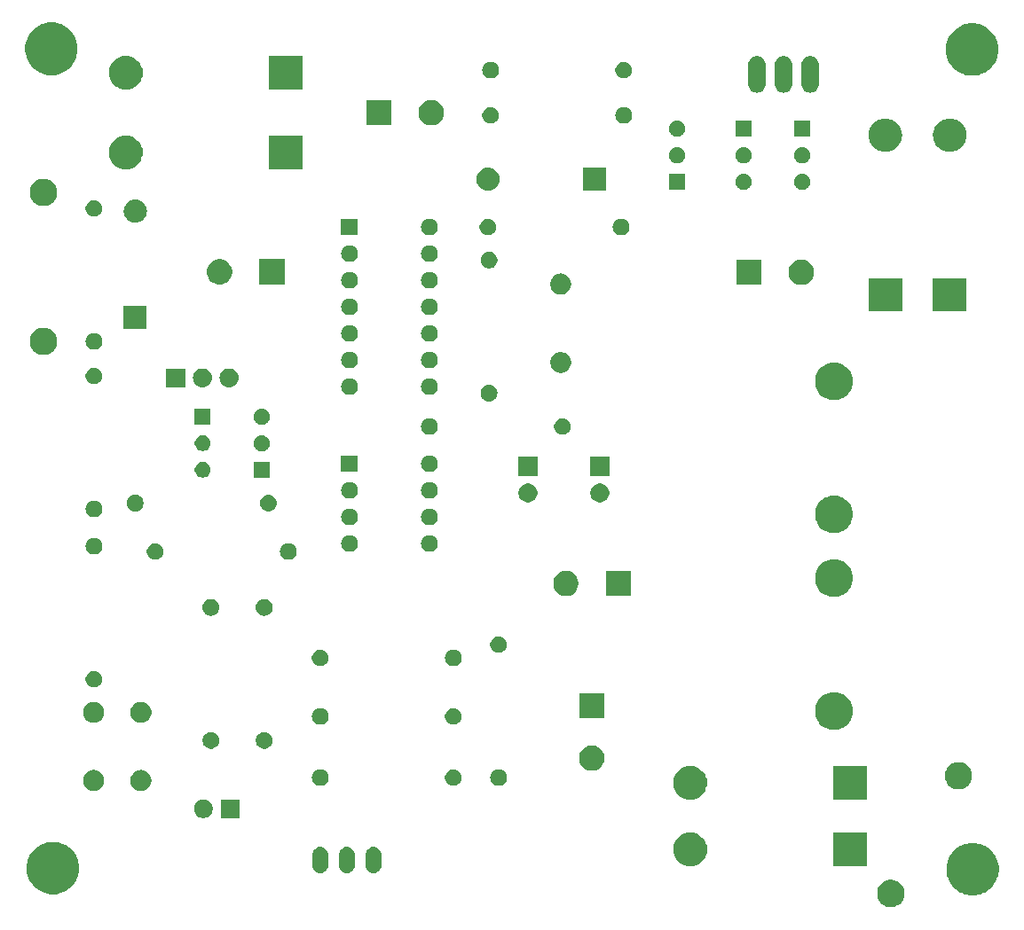
<source format=gbr>
%TF.GenerationSoftware,KiCad,Pcbnew,(5.0.2)-1*%
%TF.CreationDate,2019-02-15T17:02:30+09:00*%
%TF.ProjectId,16F676-mppt,31364636-3736-42d6-9d70-70742e6b6963,1.7*%
%TF.SameCoordinates,Original*%
%TF.FileFunction,Soldermask,Top*%
%TF.FilePolarity,Negative*%
%FSLAX46Y46*%
G04 Gerber Fmt 4.6, Leading zero omitted, Abs format (unit mm)*
G04 Created by KiCad (PCBNEW (5.0.2)-1) date 2019-02-15 오후 5:02:30*
%MOMM*%
%LPD*%
G01*
G04 APERTURE LIST*
%ADD10C,0.150000*%
G04 APERTURE END LIST*
D10*
G36*
X96990636Y-95671278D02*
X97227220Y-95769274D01*
X97440145Y-95911546D01*
X97621214Y-96092615D01*
X97763486Y-96305540D01*
X97861482Y-96542124D01*
X97911440Y-96793280D01*
X97911440Y-97049360D01*
X97861482Y-97300516D01*
X97763486Y-97537100D01*
X97621214Y-97750025D01*
X97440145Y-97931094D01*
X97227220Y-98073366D01*
X96990636Y-98171362D01*
X96739480Y-98221320D01*
X96483400Y-98221320D01*
X96232244Y-98171362D01*
X95995660Y-98073366D01*
X95782735Y-97931094D01*
X95601666Y-97750025D01*
X95459394Y-97537100D01*
X95361398Y-97300516D01*
X95311440Y-97049360D01*
X95311440Y-96793280D01*
X95361398Y-96542124D01*
X95459394Y-96305540D01*
X95601666Y-96092615D01*
X95782735Y-95911546D01*
X95995660Y-95769274D01*
X96232244Y-95671278D01*
X96483400Y-95621320D01*
X96739480Y-95621320D01*
X96990636Y-95671278D01*
X96990636Y-95671278D01*
G37*
G36*
X104977465Y-92168889D02*
X105138463Y-92200914D01*
X105323619Y-92277608D01*
X105593433Y-92389368D01*
X106002900Y-92662966D01*
X106351114Y-93011180D01*
X106624712Y-93420647D01*
X106700333Y-93603213D01*
X106766874Y-93763857D01*
X106813166Y-93875618D01*
X106909240Y-94358610D01*
X106909240Y-94851070D01*
X106883731Y-94979311D01*
X106835397Y-95222303D01*
X106813166Y-95334062D01*
X106624712Y-95789033D01*
X106351114Y-96198500D01*
X106002900Y-96546714D01*
X105593433Y-96820312D01*
X105408276Y-96897006D01*
X105138463Y-97008766D01*
X104977465Y-97040791D01*
X104655470Y-97104840D01*
X104163010Y-97104840D01*
X103841015Y-97040791D01*
X103680017Y-97008766D01*
X103410204Y-96897006D01*
X103225047Y-96820312D01*
X102815580Y-96546714D01*
X102467366Y-96198500D01*
X102193768Y-95789033D01*
X102005314Y-95334062D01*
X101983084Y-95222303D01*
X101934749Y-94979311D01*
X101909240Y-94851070D01*
X101909240Y-94358610D01*
X102005314Y-93875618D01*
X102051607Y-93763857D01*
X102118147Y-93603213D01*
X102193768Y-93420647D01*
X102467366Y-93011180D01*
X102815580Y-92662966D01*
X103225047Y-92389368D01*
X103494861Y-92277608D01*
X103680017Y-92200914D01*
X103841015Y-92168889D01*
X104163010Y-92104840D01*
X104655470Y-92104840D01*
X104977465Y-92168889D01*
X104977465Y-92168889D01*
G37*
G36*
X17225545Y-92057129D02*
X17386543Y-92089154D01*
X17400038Y-92094744D01*
X17841513Y-92277608D01*
X18250980Y-92551206D01*
X18599194Y-92899420D01*
X18872792Y-93308887D01*
X18919084Y-93420647D01*
X19061246Y-93763857D01*
X19083477Y-93875618D01*
X19157320Y-94246850D01*
X19157320Y-94739310D01*
X19134863Y-94852206D01*
X19061246Y-95222303D01*
X18983186Y-95410757D01*
X18872792Y-95677273D01*
X18599194Y-96086740D01*
X18250980Y-96434954D01*
X17841513Y-96708552D01*
X17636960Y-96793280D01*
X17386543Y-96897006D01*
X17225545Y-96929031D01*
X16903550Y-96993080D01*
X16411090Y-96993080D01*
X16089095Y-96929031D01*
X15928097Y-96897006D01*
X15677680Y-96793280D01*
X15473127Y-96708552D01*
X15063660Y-96434954D01*
X14715446Y-96086740D01*
X14441848Y-95677273D01*
X14331454Y-95410757D01*
X14253394Y-95222303D01*
X14179777Y-94852206D01*
X14157320Y-94739310D01*
X14157320Y-94246850D01*
X14231163Y-93875618D01*
X14253394Y-93763857D01*
X14395556Y-93420647D01*
X14441848Y-93308887D01*
X14715446Y-92899420D01*
X15063660Y-92551206D01*
X15473127Y-92277608D01*
X15914602Y-92094744D01*
X15928097Y-92089154D01*
X16089095Y-92057129D01*
X16411090Y-91993080D01*
X16903550Y-91993080D01*
X17225545Y-92057129D01*
X17225545Y-92057129D01*
G37*
G36*
X44851134Y-92487180D02*
X44851137Y-92487181D01*
X44992620Y-92530099D01*
X44992622Y-92530100D01*
X45123014Y-92599796D01*
X45237301Y-92693589D01*
X45331094Y-92807876D01*
X45400790Y-92938268D01*
X45443710Y-93079756D01*
X45454570Y-93190021D01*
X45454570Y-94261979D01*
X45443710Y-94372244D01*
X45400790Y-94513732D01*
X45331094Y-94644124D01*
X45237304Y-94758408D01*
X45237302Y-94758409D01*
X45237301Y-94758411D01*
X45123011Y-94852205D01*
X44992619Y-94921901D01*
X44877473Y-94956830D01*
X44851133Y-94964820D01*
X44704000Y-94979311D01*
X44556866Y-94964820D01*
X44530526Y-94956830D01*
X44415380Y-94921901D01*
X44284988Y-94852205D01*
X44284986Y-94852204D01*
X44170702Y-94758414D01*
X44170701Y-94758412D01*
X44170699Y-94758411D01*
X44076905Y-94644121D01*
X44007209Y-94513729D01*
X43964291Y-94372246D01*
X43964290Y-94372243D01*
X43953430Y-94261978D01*
X43953431Y-93190021D01*
X43964291Y-93079756D01*
X44007211Y-92938268D01*
X44076907Y-92807876D01*
X44170700Y-92693589D01*
X44284987Y-92599796D01*
X44415379Y-92530100D01*
X44415381Y-92530099D01*
X44556864Y-92487181D01*
X44556867Y-92487180D01*
X44704000Y-92472689D01*
X44851134Y-92487180D01*
X44851134Y-92487180D01*
G37*
G36*
X47391134Y-92487180D02*
X47391137Y-92487181D01*
X47532620Y-92530099D01*
X47532622Y-92530100D01*
X47663014Y-92599796D01*
X47777301Y-92693589D01*
X47871094Y-92807876D01*
X47940790Y-92938268D01*
X47983710Y-93079756D01*
X47994570Y-93190021D01*
X47994570Y-94261979D01*
X47983710Y-94372244D01*
X47940790Y-94513732D01*
X47871094Y-94644124D01*
X47777304Y-94758408D01*
X47777302Y-94758409D01*
X47777301Y-94758411D01*
X47663011Y-94852205D01*
X47532619Y-94921901D01*
X47417473Y-94956830D01*
X47391133Y-94964820D01*
X47244000Y-94979311D01*
X47096866Y-94964820D01*
X47070526Y-94956830D01*
X46955380Y-94921901D01*
X46824988Y-94852205D01*
X46824986Y-94852204D01*
X46710702Y-94758414D01*
X46710701Y-94758412D01*
X46710699Y-94758411D01*
X46616905Y-94644121D01*
X46547209Y-94513729D01*
X46504291Y-94372246D01*
X46504290Y-94372243D01*
X46493430Y-94261978D01*
X46493431Y-93190021D01*
X46504291Y-93079756D01*
X46547211Y-92938268D01*
X46616907Y-92807876D01*
X46710700Y-92693589D01*
X46824987Y-92599796D01*
X46955379Y-92530100D01*
X46955381Y-92530099D01*
X47096864Y-92487181D01*
X47096867Y-92487180D01*
X47244000Y-92472689D01*
X47391134Y-92487180D01*
X47391134Y-92487180D01*
G37*
G36*
X42311134Y-92487180D02*
X42311137Y-92487181D01*
X42452620Y-92530099D01*
X42452622Y-92530100D01*
X42583014Y-92599796D01*
X42697301Y-92693589D01*
X42791094Y-92807876D01*
X42860790Y-92938268D01*
X42903710Y-93079756D01*
X42914570Y-93190021D01*
X42914570Y-94261979D01*
X42903710Y-94372244D01*
X42860790Y-94513732D01*
X42791094Y-94644124D01*
X42697304Y-94758408D01*
X42697302Y-94758409D01*
X42697301Y-94758411D01*
X42583011Y-94852205D01*
X42452619Y-94921901D01*
X42337473Y-94956830D01*
X42311133Y-94964820D01*
X42164000Y-94979311D01*
X42016866Y-94964820D01*
X41990526Y-94956830D01*
X41875380Y-94921901D01*
X41744988Y-94852205D01*
X41744986Y-94852204D01*
X41630702Y-94758414D01*
X41630701Y-94758412D01*
X41630699Y-94758411D01*
X41536905Y-94644121D01*
X41467209Y-94513729D01*
X41424291Y-94372246D01*
X41424290Y-94372243D01*
X41413430Y-94261978D01*
X41413431Y-93190021D01*
X41424291Y-93079756D01*
X41467211Y-92938268D01*
X41536907Y-92807876D01*
X41630700Y-92693589D01*
X41744987Y-92599796D01*
X41875379Y-92530100D01*
X41875381Y-92530099D01*
X42016864Y-92487181D01*
X42016867Y-92487180D01*
X42164000Y-92472689D01*
X42311134Y-92487180D01*
X42311134Y-92487180D01*
G37*
G36*
X94310000Y-94310000D02*
X91110000Y-94310000D01*
X91110000Y-91110000D01*
X94310000Y-91110000D01*
X94310000Y-94310000D01*
X94310000Y-94310000D01*
G37*
G36*
X77626950Y-91117717D02*
X77783655Y-91133151D01*
X77984722Y-91194144D01*
X78085257Y-91224641D01*
X78233828Y-91304054D01*
X78363213Y-91373212D01*
X78363215Y-91373213D01*
X78363214Y-91373213D01*
X78606845Y-91573155D01*
X78806787Y-91816786D01*
X78955359Y-92094743D01*
X78955359Y-92094744D01*
X79046849Y-92396345D01*
X79077741Y-92710000D01*
X79046849Y-93023655D01*
X78996382Y-93190021D01*
X78955359Y-93325257D01*
X78875946Y-93473828D01*
X78806788Y-93603213D01*
X78606845Y-93846845D01*
X78363213Y-94046788D01*
X78233828Y-94115946D01*
X78085257Y-94195359D01*
X77984722Y-94225856D01*
X77783655Y-94286849D01*
X77626950Y-94302283D01*
X77548598Y-94310000D01*
X77391402Y-94310000D01*
X77313050Y-94302283D01*
X77156345Y-94286849D01*
X76955278Y-94225856D01*
X76854743Y-94195359D01*
X76706172Y-94115946D01*
X76576787Y-94046788D01*
X76333155Y-93846845D01*
X76133212Y-93603213D01*
X76064054Y-93473828D01*
X75984641Y-93325257D01*
X75943618Y-93190021D01*
X75893151Y-93023655D01*
X75862259Y-92710000D01*
X75893151Y-92396345D01*
X75984641Y-92094744D01*
X75984641Y-92094743D01*
X76133213Y-91816786D01*
X76333155Y-91573155D01*
X76576786Y-91373213D01*
X76576785Y-91373213D01*
X76576787Y-91373212D01*
X76706172Y-91304054D01*
X76854743Y-91224641D01*
X76955278Y-91194144D01*
X77156345Y-91133151D01*
X77313050Y-91117717D01*
X77391402Y-91110000D01*
X77548598Y-91110000D01*
X77626950Y-91117717D01*
X77626950Y-91117717D01*
G37*
G36*
X31270841Y-87968546D02*
X31434629Y-88036389D01*
X31582040Y-88134886D01*
X31707394Y-88260240D01*
X31805891Y-88407651D01*
X31873734Y-88571439D01*
X31908320Y-88745316D01*
X31908320Y-88922604D01*
X31873734Y-89096481D01*
X31805891Y-89260269D01*
X31707394Y-89407680D01*
X31582040Y-89533034D01*
X31434629Y-89631531D01*
X31270841Y-89699374D01*
X31096964Y-89733960D01*
X30919676Y-89733960D01*
X30745799Y-89699374D01*
X30582011Y-89631531D01*
X30434600Y-89533034D01*
X30309246Y-89407680D01*
X30210749Y-89260269D01*
X30142906Y-89096481D01*
X30108320Y-88922604D01*
X30108320Y-88745316D01*
X30142906Y-88571439D01*
X30210749Y-88407651D01*
X30309246Y-88260240D01*
X30434600Y-88134886D01*
X30582011Y-88036389D01*
X30745799Y-87968546D01*
X30919676Y-87933960D01*
X31096964Y-87933960D01*
X31270841Y-87968546D01*
X31270841Y-87968546D01*
G37*
G36*
X34448320Y-89733960D02*
X32648320Y-89733960D01*
X32648320Y-87933960D01*
X34448320Y-87933960D01*
X34448320Y-89733960D01*
X34448320Y-89733960D01*
G37*
G36*
X94310000Y-87960000D02*
X91110000Y-87960000D01*
X91110000Y-84760000D01*
X94310000Y-84760000D01*
X94310000Y-87960000D01*
X94310000Y-87960000D01*
G37*
G36*
X77626950Y-84767717D02*
X77783655Y-84783151D01*
X77984722Y-84844144D01*
X78085257Y-84874641D01*
X78181531Y-84926101D01*
X78363213Y-85023212D01*
X78606845Y-85223155D01*
X78806788Y-85466787D01*
X78875946Y-85596172D01*
X78955359Y-85744743D01*
X78955359Y-85744744D01*
X79046849Y-86046345D01*
X79077741Y-86360000D01*
X79046849Y-86673655D01*
X79042177Y-86689056D01*
X78955359Y-86975257D01*
X78875946Y-87123828D01*
X78806788Y-87253213D01*
X78606845Y-87496845D01*
X78363213Y-87696788D01*
X78233828Y-87765946D01*
X78085257Y-87845359D01*
X77984722Y-87875856D01*
X77783655Y-87936849D01*
X77626950Y-87952283D01*
X77548598Y-87960000D01*
X77391402Y-87960000D01*
X77313050Y-87952283D01*
X77156345Y-87936849D01*
X76955278Y-87875856D01*
X76854743Y-87845359D01*
X76706172Y-87765946D01*
X76576787Y-87696788D01*
X76333155Y-87496845D01*
X76133212Y-87253213D01*
X76064054Y-87123828D01*
X75984641Y-86975257D01*
X75897823Y-86689056D01*
X75893151Y-86673655D01*
X75862259Y-86360000D01*
X75893151Y-86046345D01*
X75984641Y-85744744D01*
X75984641Y-85744743D01*
X76064054Y-85596172D01*
X76133212Y-85466787D01*
X76333155Y-85223155D01*
X76576787Y-85023212D01*
X76758469Y-84926101D01*
X76854743Y-84874641D01*
X76955278Y-84844144D01*
X77156345Y-84783151D01*
X77313050Y-84767717D01*
X77391402Y-84760000D01*
X77548598Y-84760000D01*
X77626950Y-84767717D01*
X77626950Y-84767717D01*
G37*
G36*
X25224370Y-85141692D02*
X25340289Y-85164749D01*
X25522278Y-85240131D01*
X25686063Y-85349569D01*
X25825351Y-85488857D01*
X25934789Y-85652642D01*
X26010171Y-85834631D01*
X26029299Y-85930795D01*
X26048600Y-86027827D01*
X26048600Y-86224813D01*
X26034627Y-86295060D01*
X26010171Y-86418009D01*
X25934789Y-86599998D01*
X25825351Y-86763783D01*
X25686063Y-86903071D01*
X25522278Y-87012509D01*
X25340289Y-87087891D01*
X25224370Y-87110948D01*
X25147093Y-87126320D01*
X24950107Y-87126320D01*
X24872830Y-87110948D01*
X24756911Y-87087891D01*
X24574922Y-87012509D01*
X24411137Y-86903071D01*
X24271849Y-86763783D01*
X24162411Y-86599998D01*
X24087029Y-86418009D01*
X24062573Y-86295060D01*
X24048600Y-86224813D01*
X24048600Y-86027827D01*
X24067901Y-85930795D01*
X24087029Y-85834631D01*
X24162411Y-85652642D01*
X24271849Y-85488857D01*
X24411137Y-85349569D01*
X24574922Y-85240131D01*
X24756911Y-85164749D01*
X24872830Y-85141692D01*
X24950107Y-85126320D01*
X25147093Y-85126320D01*
X25224370Y-85141692D01*
X25224370Y-85141692D01*
G37*
G36*
X20724370Y-85141692D02*
X20840289Y-85164749D01*
X21022278Y-85240131D01*
X21186063Y-85349569D01*
X21325351Y-85488857D01*
X21434789Y-85652642D01*
X21510171Y-85834631D01*
X21529299Y-85930795D01*
X21548600Y-86027827D01*
X21548600Y-86224813D01*
X21534627Y-86295060D01*
X21510171Y-86418009D01*
X21434789Y-86599998D01*
X21325351Y-86763783D01*
X21186063Y-86903071D01*
X21022278Y-87012509D01*
X20840289Y-87087891D01*
X20724370Y-87110948D01*
X20647093Y-87126320D01*
X20450107Y-87126320D01*
X20372830Y-87110948D01*
X20256911Y-87087891D01*
X20074922Y-87012509D01*
X19911137Y-86903071D01*
X19771849Y-86763783D01*
X19662411Y-86599998D01*
X19587029Y-86418009D01*
X19562573Y-86295060D01*
X19548600Y-86224813D01*
X19548600Y-86027827D01*
X19567901Y-85930795D01*
X19587029Y-85834631D01*
X19662411Y-85652642D01*
X19771849Y-85488857D01*
X19911137Y-85349569D01*
X20074922Y-85240131D01*
X20256911Y-85164749D01*
X20372830Y-85141692D01*
X20450107Y-85126320D01*
X20647093Y-85126320D01*
X20724370Y-85141692D01*
X20724370Y-85141692D01*
G37*
G36*
X103437156Y-84429238D02*
X103673740Y-84527234D01*
X103886665Y-84669506D01*
X104067734Y-84850575D01*
X104210006Y-85063500D01*
X104308002Y-85300084D01*
X104357960Y-85551240D01*
X104357960Y-85807320D01*
X104308002Y-86058476D01*
X104210006Y-86295060D01*
X104067734Y-86507985D01*
X103886665Y-86689054D01*
X103673740Y-86831326D01*
X103437156Y-86929322D01*
X103186000Y-86979280D01*
X102929920Y-86979280D01*
X102678764Y-86929322D01*
X102442180Y-86831326D01*
X102229255Y-86689054D01*
X102048186Y-86507985D01*
X101905914Y-86295060D01*
X101807918Y-86058476D01*
X101757960Y-85807320D01*
X101757960Y-85551240D01*
X101807918Y-85300084D01*
X101905914Y-85063500D01*
X102048186Y-84850575D01*
X102229255Y-84669506D01*
X102442180Y-84527234D01*
X102678764Y-84429238D01*
X102929920Y-84379280D01*
X103186000Y-84379280D01*
X103437156Y-84429238D01*
X103437156Y-84429238D01*
G37*
G36*
X55097352Y-85082743D02*
X55242941Y-85143048D01*
X55373973Y-85230601D01*
X55485399Y-85342027D01*
X55572952Y-85473059D01*
X55633257Y-85618648D01*
X55664000Y-85773205D01*
X55664000Y-85930795D01*
X55633257Y-86085352D01*
X55572952Y-86230941D01*
X55485399Y-86361973D01*
X55373973Y-86473399D01*
X55242941Y-86560952D01*
X55097352Y-86621257D01*
X54942795Y-86652000D01*
X54785205Y-86652000D01*
X54630648Y-86621257D01*
X54485059Y-86560952D01*
X54354027Y-86473399D01*
X54242601Y-86361973D01*
X54155048Y-86230941D01*
X54094743Y-86085352D01*
X54064000Y-85930795D01*
X54064000Y-85773205D01*
X54094743Y-85618648D01*
X54155048Y-85473059D01*
X54242601Y-85342027D01*
X54354027Y-85230601D01*
X54485059Y-85143048D01*
X54630648Y-85082743D01*
X54785205Y-85052000D01*
X54942795Y-85052000D01*
X55097352Y-85082743D01*
X55097352Y-85082743D01*
G37*
G36*
X42258385Y-85057426D02*
X42320827Y-85063576D01*
X42384012Y-85082743D01*
X42471629Y-85109321D01*
X42610608Y-85183608D01*
X42732422Y-85283578D01*
X42832392Y-85405392D01*
X42906679Y-85544371D01*
X42952424Y-85695174D01*
X42967870Y-85852000D01*
X42952424Y-86008826D01*
X42906679Y-86159629D01*
X42832392Y-86298608D01*
X42732422Y-86420422D01*
X42610608Y-86520392D01*
X42471629Y-86594679D01*
X42454104Y-86599995D01*
X42320827Y-86640424D01*
X42281649Y-86644283D01*
X42203295Y-86652000D01*
X42124705Y-86652000D01*
X42046351Y-86644283D01*
X42007173Y-86640424D01*
X41873896Y-86599995D01*
X41856371Y-86594679D01*
X41717392Y-86520392D01*
X41595578Y-86420422D01*
X41495608Y-86298608D01*
X41421321Y-86159629D01*
X41375576Y-86008826D01*
X41360130Y-85852000D01*
X41375576Y-85695174D01*
X41421321Y-85544371D01*
X41495608Y-85405392D01*
X41595578Y-85283578D01*
X41717392Y-85183608D01*
X41856371Y-85109321D01*
X41943988Y-85082743D01*
X42007173Y-85063576D01*
X42069615Y-85057426D01*
X42124705Y-85052000D01*
X42203295Y-85052000D01*
X42258385Y-85057426D01*
X42258385Y-85057426D01*
G37*
G36*
X59276385Y-85057426D02*
X59338827Y-85063576D01*
X59402012Y-85082743D01*
X59489629Y-85109321D01*
X59628608Y-85183608D01*
X59750422Y-85283578D01*
X59850392Y-85405392D01*
X59924679Y-85544371D01*
X59970424Y-85695174D01*
X59985870Y-85852000D01*
X59970424Y-86008826D01*
X59924679Y-86159629D01*
X59850392Y-86298608D01*
X59750422Y-86420422D01*
X59628608Y-86520392D01*
X59489629Y-86594679D01*
X59472104Y-86599995D01*
X59338827Y-86640424D01*
X59299649Y-86644283D01*
X59221295Y-86652000D01*
X59142705Y-86652000D01*
X59064351Y-86644283D01*
X59025173Y-86640424D01*
X58891896Y-86599995D01*
X58874371Y-86594679D01*
X58735392Y-86520392D01*
X58613578Y-86420422D01*
X58513608Y-86298608D01*
X58439321Y-86159629D01*
X58393576Y-86008826D01*
X58378130Y-85852000D01*
X58393576Y-85695174D01*
X58439321Y-85544371D01*
X58513608Y-85405392D01*
X58613578Y-85283578D01*
X58735392Y-85183608D01*
X58874371Y-85109321D01*
X58961988Y-85082743D01*
X59025173Y-85063576D01*
X59087615Y-85057426D01*
X59142705Y-85052000D01*
X59221295Y-85052000D01*
X59276385Y-85057426D01*
X59276385Y-85057426D01*
G37*
G36*
X68422026Y-82840115D02*
X68640412Y-82930573D01*
X68836958Y-83061901D01*
X69004099Y-83229042D01*
X69135427Y-83425588D01*
X69225885Y-83643974D01*
X69272000Y-83875809D01*
X69272000Y-84112191D01*
X69225885Y-84344026D01*
X69135427Y-84562412D01*
X69004099Y-84758958D01*
X68836958Y-84926099D01*
X68640412Y-85057427D01*
X68422026Y-85147885D01*
X68190191Y-85194000D01*
X67953809Y-85194000D01*
X67721974Y-85147885D01*
X67503588Y-85057427D01*
X67307042Y-84926099D01*
X67139901Y-84758958D01*
X67008573Y-84562412D01*
X66918115Y-84344026D01*
X66872000Y-84112191D01*
X66872000Y-83875809D01*
X66918115Y-83643974D01*
X67008573Y-83425588D01*
X67139901Y-83229042D01*
X67307042Y-83061901D01*
X67503588Y-82930573D01*
X67721974Y-82840115D01*
X67953809Y-82794000D01*
X68190191Y-82794000D01*
X68422026Y-82840115D01*
X68422026Y-82840115D01*
G37*
G36*
X37053192Y-81531823D02*
X37198781Y-81592128D01*
X37329813Y-81679681D01*
X37441239Y-81791107D01*
X37528792Y-81922139D01*
X37589097Y-82067728D01*
X37619840Y-82222285D01*
X37619840Y-82379875D01*
X37589097Y-82534432D01*
X37528792Y-82680021D01*
X37441239Y-82811053D01*
X37329813Y-82922479D01*
X37198781Y-83010032D01*
X37053192Y-83070337D01*
X36898635Y-83101080D01*
X36741045Y-83101080D01*
X36586488Y-83070337D01*
X36440899Y-83010032D01*
X36309867Y-82922479D01*
X36198441Y-82811053D01*
X36110888Y-82680021D01*
X36050583Y-82534432D01*
X36019840Y-82379875D01*
X36019840Y-82222285D01*
X36050583Y-82067728D01*
X36110888Y-81922139D01*
X36198441Y-81791107D01*
X36309867Y-81679681D01*
X36440899Y-81592128D01*
X36586488Y-81531823D01*
X36741045Y-81501080D01*
X36898635Y-81501080D01*
X37053192Y-81531823D01*
X37053192Y-81531823D01*
G37*
G36*
X31968112Y-81531823D02*
X32113701Y-81592128D01*
X32244733Y-81679681D01*
X32356159Y-81791107D01*
X32443712Y-81922139D01*
X32504017Y-82067728D01*
X32534760Y-82222285D01*
X32534760Y-82379875D01*
X32504017Y-82534432D01*
X32443712Y-82680021D01*
X32356159Y-82811053D01*
X32244733Y-82922479D01*
X32113701Y-83010032D01*
X31968112Y-83070337D01*
X31813555Y-83101080D01*
X31655965Y-83101080D01*
X31501408Y-83070337D01*
X31355819Y-83010032D01*
X31224787Y-82922479D01*
X31113361Y-82811053D01*
X31025808Y-82680021D01*
X30965503Y-82534432D01*
X30934760Y-82379875D01*
X30934760Y-82222285D01*
X30965503Y-82067728D01*
X31025808Y-81922139D01*
X31113361Y-81791107D01*
X31224787Y-81679681D01*
X31355819Y-81592128D01*
X31501408Y-81531823D01*
X31655965Y-81501080D01*
X31813555Y-81501080D01*
X31968112Y-81531823D01*
X31968112Y-81531823D01*
G37*
G36*
X91595122Y-77748115D02*
X91711041Y-77771173D01*
X92038620Y-77906861D01*
X92329511Y-78101228D01*
X92333436Y-78103851D01*
X92584149Y-78354564D01*
X92584151Y-78354567D01*
X92781139Y-78649380D01*
X92916827Y-78976959D01*
X92939885Y-79092878D01*
X92986000Y-79324714D01*
X92986000Y-79679286D01*
X92951411Y-79853174D01*
X92916827Y-80027041D01*
X92781139Y-80354620D01*
X92631599Y-80578422D01*
X92584149Y-80649436D01*
X92333436Y-80900149D01*
X92333433Y-80900151D01*
X92038620Y-81097139D01*
X91711041Y-81232827D01*
X91595122Y-81255885D01*
X91363286Y-81302000D01*
X91008714Y-81302000D01*
X90776878Y-81255885D01*
X90660959Y-81232827D01*
X90333380Y-81097139D01*
X90038567Y-80900151D01*
X90038564Y-80900149D01*
X89787851Y-80649436D01*
X89740401Y-80578422D01*
X89590861Y-80354620D01*
X89455173Y-80027041D01*
X89420589Y-79853174D01*
X89386000Y-79679286D01*
X89386000Y-79324714D01*
X89432115Y-79092878D01*
X89455173Y-78976959D01*
X89590861Y-78649380D01*
X89787849Y-78354567D01*
X89787851Y-78354564D01*
X90038564Y-78103851D01*
X90042489Y-78101228D01*
X90333380Y-77906861D01*
X90660959Y-77771173D01*
X90776878Y-77748115D01*
X91008714Y-77702000D01*
X91363286Y-77702000D01*
X91595122Y-77748115D01*
X91595122Y-77748115D01*
G37*
G36*
X42281649Y-79217717D02*
X42320827Y-79221576D01*
X42384012Y-79240743D01*
X42471629Y-79267321D01*
X42610608Y-79341608D01*
X42732422Y-79441578D01*
X42832392Y-79563392D01*
X42906679Y-79702371D01*
X42952424Y-79853174D01*
X42967870Y-80010000D01*
X42952424Y-80166826D01*
X42906679Y-80317629D01*
X42832392Y-80456608D01*
X42732422Y-80578422D01*
X42610608Y-80678392D01*
X42471629Y-80752679D01*
X42396227Y-80775552D01*
X42320827Y-80798424D01*
X42281649Y-80802283D01*
X42203295Y-80810000D01*
X42124705Y-80810000D01*
X42046351Y-80802283D01*
X42007173Y-80798424D01*
X41931773Y-80775552D01*
X41856371Y-80752679D01*
X41717392Y-80678392D01*
X41595578Y-80578422D01*
X41495608Y-80456608D01*
X41421321Y-80317629D01*
X41375576Y-80166826D01*
X41360130Y-80010000D01*
X41375576Y-79853174D01*
X41421321Y-79702371D01*
X41495608Y-79563392D01*
X41595578Y-79441578D01*
X41717392Y-79341608D01*
X41856371Y-79267321D01*
X41943988Y-79240743D01*
X42007173Y-79221576D01*
X42046351Y-79217717D01*
X42124705Y-79210000D01*
X42203295Y-79210000D01*
X42281649Y-79217717D01*
X42281649Y-79217717D01*
G37*
G36*
X55097352Y-79240743D02*
X55242941Y-79301048D01*
X55373973Y-79388601D01*
X55485399Y-79500027D01*
X55572952Y-79631059D01*
X55633257Y-79776648D01*
X55664000Y-79931205D01*
X55664000Y-80088795D01*
X55633257Y-80243352D01*
X55572952Y-80388941D01*
X55485399Y-80519973D01*
X55373973Y-80631399D01*
X55242941Y-80718952D01*
X55097352Y-80779257D01*
X54942795Y-80810000D01*
X54785205Y-80810000D01*
X54630648Y-80779257D01*
X54485059Y-80718952D01*
X54354027Y-80631399D01*
X54242601Y-80519973D01*
X54155048Y-80388941D01*
X54094743Y-80243352D01*
X54064000Y-80088795D01*
X54064000Y-79931205D01*
X54094743Y-79776648D01*
X54155048Y-79631059D01*
X54242601Y-79500027D01*
X54354027Y-79388601D01*
X54485059Y-79301048D01*
X54630648Y-79240743D01*
X54785205Y-79210000D01*
X54942795Y-79210000D01*
X55097352Y-79240743D01*
X55097352Y-79240743D01*
G37*
G36*
X25224370Y-78641692D02*
X25340289Y-78664749D01*
X25522278Y-78740131D01*
X25686063Y-78849569D01*
X25825351Y-78988857D01*
X25934789Y-79152642D01*
X26010171Y-79334631D01*
X26048600Y-79527829D01*
X26048600Y-79724811D01*
X26010171Y-79918009D01*
X25934789Y-80099998D01*
X25825351Y-80263783D01*
X25686063Y-80403071D01*
X25522278Y-80512509D01*
X25340289Y-80587891D01*
X25224370Y-80610948D01*
X25147093Y-80626320D01*
X24950107Y-80626320D01*
X24872830Y-80610948D01*
X24756911Y-80587891D01*
X24574922Y-80512509D01*
X24411137Y-80403071D01*
X24271849Y-80263783D01*
X24162411Y-80099998D01*
X24087029Y-79918009D01*
X24048600Y-79724811D01*
X24048600Y-79527829D01*
X24087029Y-79334631D01*
X24162411Y-79152642D01*
X24271849Y-78988857D01*
X24411137Y-78849569D01*
X24574922Y-78740131D01*
X24756911Y-78664749D01*
X24872830Y-78641692D01*
X24950107Y-78626320D01*
X25147093Y-78626320D01*
X25224370Y-78641692D01*
X25224370Y-78641692D01*
G37*
G36*
X20724370Y-78641692D02*
X20840289Y-78664749D01*
X21022278Y-78740131D01*
X21186063Y-78849569D01*
X21325351Y-78988857D01*
X21434789Y-79152642D01*
X21510171Y-79334631D01*
X21548600Y-79527829D01*
X21548600Y-79724811D01*
X21510171Y-79918009D01*
X21434789Y-80099998D01*
X21325351Y-80263783D01*
X21186063Y-80403071D01*
X21022278Y-80512509D01*
X20840289Y-80587891D01*
X20724370Y-80610948D01*
X20647093Y-80626320D01*
X20450107Y-80626320D01*
X20372830Y-80610948D01*
X20256911Y-80587891D01*
X20074922Y-80512509D01*
X19911137Y-80403071D01*
X19771849Y-80263783D01*
X19662411Y-80099998D01*
X19587029Y-79918009D01*
X19548600Y-79724811D01*
X19548600Y-79527829D01*
X19587029Y-79334631D01*
X19662411Y-79152642D01*
X19771849Y-78988857D01*
X19911137Y-78849569D01*
X20074922Y-78740131D01*
X20256911Y-78664749D01*
X20372830Y-78641692D01*
X20450107Y-78626320D01*
X20647093Y-78626320D01*
X20724370Y-78641692D01*
X20724370Y-78641692D01*
G37*
G36*
X69272000Y-80194000D02*
X66872000Y-80194000D01*
X66872000Y-77794000D01*
X69272000Y-77794000D01*
X69272000Y-80194000D01*
X69272000Y-80194000D01*
G37*
G36*
X20807352Y-75684743D02*
X20952941Y-75745048D01*
X21083973Y-75832601D01*
X21195399Y-75944027D01*
X21282952Y-76075059D01*
X21343257Y-76220648D01*
X21374000Y-76375205D01*
X21374000Y-76532795D01*
X21343257Y-76687352D01*
X21282952Y-76832941D01*
X21195399Y-76963973D01*
X21083973Y-77075399D01*
X20952941Y-77162952D01*
X20807352Y-77223257D01*
X20652795Y-77254000D01*
X20495205Y-77254000D01*
X20340648Y-77223257D01*
X20195059Y-77162952D01*
X20064027Y-77075399D01*
X19952601Y-76963973D01*
X19865048Y-76832941D01*
X19804743Y-76687352D01*
X19774000Y-76532795D01*
X19774000Y-76375205D01*
X19804743Y-76220648D01*
X19865048Y-76075059D01*
X19952601Y-75944027D01*
X20064027Y-75832601D01*
X20195059Y-75745048D01*
X20340648Y-75684743D01*
X20495205Y-75654000D01*
X20652795Y-75654000D01*
X20807352Y-75684743D01*
X20807352Y-75684743D01*
G37*
G36*
X54981649Y-73629717D02*
X55020827Y-73633576D01*
X55084012Y-73652743D01*
X55171629Y-73679321D01*
X55310608Y-73753608D01*
X55432422Y-73853578D01*
X55532392Y-73975392D01*
X55606679Y-74114371D01*
X55652424Y-74265174D01*
X55667870Y-74422000D01*
X55652424Y-74578826D01*
X55606679Y-74729629D01*
X55532392Y-74868608D01*
X55432422Y-74990422D01*
X55310608Y-75090392D01*
X55171629Y-75164679D01*
X55096228Y-75187551D01*
X55020827Y-75210424D01*
X54981649Y-75214283D01*
X54903295Y-75222000D01*
X54824705Y-75222000D01*
X54746351Y-75214283D01*
X54707173Y-75210424D01*
X54631772Y-75187551D01*
X54556371Y-75164679D01*
X54417392Y-75090392D01*
X54295578Y-74990422D01*
X54195608Y-74868608D01*
X54121321Y-74729629D01*
X54075576Y-74578826D01*
X54060130Y-74422000D01*
X54075576Y-74265174D01*
X54121321Y-74114371D01*
X54195608Y-73975392D01*
X54295578Y-73853578D01*
X54417392Y-73753608D01*
X54556371Y-73679321D01*
X54643988Y-73652743D01*
X54707173Y-73633576D01*
X54746351Y-73629717D01*
X54824705Y-73622000D01*
X54903295Y-73622000D01*
X54981649Y-73629717D01*
X54981649Y-73629717D01*
G37*
G36*
X42397352Y-73652743D02*
X42542941Y-73713048D01*
X42673973Y-73800601D01*
X42785399Y-73912027D01*
X42872952Y-74043059D01*
X42933257Y-74188648D01*
X42964000Y-74343205D01*
X42964000Y-74500795D01*
X42933257Y-74655352D01*
X42872952Y-74800941D01*
X42785399Y-74931973D01*
X42673973Y-75043399D01*
X42542941Y-75130952D01*
X42397352Y-75191257D01*
X42242795Y-75222000D01*
X42085205Y-75222000D01*
X41930648Y-75191257D01*
X41785059Y-75130952D01*
X41654027Y-75043399D01*
X41542601Y-74931973D01*
X41455048Y-74800941D01*
X41394743Y-74655352D01*
X41364000Y-74500795D01*
X41364000Y-74343205D01*
X41394743Y-74188648D01*
X41455048Y-74043059D01*
X41542601Y-73912027D01*
X41654027Y-73800601D01*
X41785059Y-73713048D01*
X41930648Y-73652743D01*
X42085205Y-73622000D01*
X42242795Y-73622000D01*
X42397352Y-73652743D01*
X42397352Y-73652743D01*
G37*
G36*
X59415352Y-72382743D02*
X59560941Y-72443048D01*
X59691973Y-72530601D01*
X59803399Y-72642027D01*
X59890952Y-72773059D01*
X59951257Y-72918648D01*
X59982000Y-73073205D01*
X59982000Y-73230795D01*
X59951257Y-73385352D01*
X59890952Y-73530941D01*
X59803399Y-73661973D01*
X59691973Y-73773399D01*
X59560941Y-73860952D01*
X59415352Y-73921257D01*
X59260795Y-73952000D01*
X59103205Y-73952000D01*
X58948648Y-73921257D01*
X58803059Y-73860952D01*
X58672027Y-73773399D01*
X58560601Y-73661973D01*
X58473048Y-73530941D01*
X58412743Y-73385352D01*
X58382000Y-73230795D01*
X58382000Y-73073205D01*
X58412743Y-72918648D01*
X58473048Y-72773059D01*
X58560601Y-72642027D01*
X58672027Y-72530601D01*
X58803059Y-72443048D01*
X58948648Y-72382743D01*
X59103205Y-72352000D01*
X59260795Y-72352000D01*
X59415352Y-72382743D01*
X59415352Y-72382743D01*
G37*
G36*
X36937489Y-68808797D02*
X36976667Y-68812656D01*
X37052068Y-68835529D01*
X37127469Y-68858401D01*
X37266448Y-68932688D01*
X37388262Y-69032658D01*
X37488232Y-69154472D01*
X37562519Y-69293451D01*
X37608264Y-69444254D01*
X37623710Y-69601080D01*
X37608264Y-69757906D01*
X37562519Y-69908709D01*
X37488232Y-70047688D01*
X37388262Y-70169502D01*
X37266448Y-70269472D01*
X37127469Y-70343759D01*
X37052068Y-70366631D01*
X36976667Y-70389504D01*
X36937489Y-70393363D01*
X36859135Y-70401080D01*
X36780545Y-70401080D01*
X36702191Y-70393363D01*
X36663013Y-70389504D01*
X36587612Y-70366631D01*
X36512211Y-70343759D01*
X36373232Y-70269472D01*
X36251418Y-70169502D01*
X36151448Y-70047688D01*
X36077161Y-69908709D01*
X36031416Y-69757906D01*
X36015970Y-69601080D01*
X36031416Y-69444254D01*
X36077161Y-69293451D01*
X36151448Y-69154472D01*
X36251418Y-69032658D01*
X36373232Y-68932688D01*
X36512211Y-68858401D01*
X36587612Y-68835529D01*
X36663013Y-68812656D01*
X36702191Y-68808797D01*
X36780545Y-68801080D01*
X36859135Y-68801080D01*
X36937489Y-68808797D01*
X36937489Y-68808797D01*
G37*
G36*
X31852409Y-68808797D02*
X31891587Y-68812656D01*
X31966988Y-68835529D01*
X32042389Y-68858401D01*
X32181368Y-68932688D01*
X32303182Y-69032658D01*
X32403152Y-69154472D01*
X32477439Y-69293451D01*
X32523184Y-69444254D01*
X32538630Y-69601080D01*
X32523184Y-69757906D01*
X32477439Y-69908709D01*
X32403152Y-70047688D01*
X32303182Y-70169502D01*
X32181368Y-70269472D01*
X32042389Y-70343759D01*
X31966988Y-70366631D01*
X31891587Y-70389504D01*
X31852409Y-70393363D01*
X31774055Y-70401080D01*
X31695465Y-70401080D01*
X31617111Y-70393363D01*
X31577933Y-70389504D01*
X31502532Y-70366631D01*
X31427131Y-70343759D01*
X31288152Y-70269472D01*
X31166338Y-70169502D01*
X31066368Y-70047688D01*
X30992081Y-69908709D01*
X30946336Y-69757906D01*
X30930890Y-69601080D01*
X30946336Y-69444254D01*
X30992081Y-69293451D01*
X31066368Y-69154472D01*
X31166338Y-69032658D01*
X31288152Y-68932688D01*
X31427131Y-68858401D01*
X31502532Y-68835529D01*
X31577933Y-68812656D01*
X31617111Y-68808797D01*
X31695465Y-68801080D01*
X31774055Y-68801080D01*
X31852409Y-68808797D01*
X31852409Y-68808797D01*
G37*
G36*
X91595122Y-65048115D02*
X91711041Y-65071173D01*
X92038620Y-65206861D01*
X92329511Y-65401228D01*
X92333436Y-65403851D01*
X92584149Y-65654564D01*
X92584151Y-65654567D01*
X92781139Y-65949380D01*
X92904241Y-66246573D01*
X92916827Y-66276960D01*
X92970153Y-66545045D01*
X92986000Y-66624716D01*
X92986000Y-66979284D01*
X92916827Y-67327041D01*
X92781139Y-67654620D01*
X92777526Y-67660027D01*
X92584149Y-67949436D01*
X92333436Y-68200149D01*
X92333433Y-68200151D01*
X92038620Y-68397139D01*
X91711041Y-68532827D01*
X91595122Y-68555885D01*
X91363286Y-68602000D01*
X91008714Y-68602000D01*
X90776878Y-68555885D01*
X90660959Y-68532827D01*
X90333380Y-68397139D01*
X90038567Y-68200151D01*
X90038564Y-68200149D01*
X89787851Y-67949436D01*
X89594474Y-67660027D01*
X89590861Y-67654620D01*
X89455173Y-67327041D01*
X89386000Y-66979284D01*
X89386000Y-66624716D01*
X89401848Y-66545045D01*
X89455173Y-66276960D01*
X89467760Y-66246573D01*
X89590861Y-65949380D01*
X89787849Y-65654567D01*
X89787851Y-65654564D01*
X90038564Y-65403851D01*
X90042489Y-65401228D01*
X90333380Y-65206861D01*
X90660959Y-65071173D01*
X90776878Y-65048115D01*
X91008714Y-65002000D01*
X91363286Y-65002000D01*
X91595122Y-65048115D01*
X91595122Y-65048115D01*
G37*
G36*
X65962026Y-66156115D02*
X66180412Y-66246573D01*
X66376958Y-66377901D01*
X66544099Y-66545042D01*
X66675427Y-66741588D01*
X66765885Y-66959974D01*
X66812000Y-67191809D01*
X66812000Y-67428191D01*
X66765885Y-67660026D01*
X66675427Y-67878412D01*
X66544099Y-68074958D01*
X66376958Y-68242099D01*
X66180412Y-68373427D01*
X65962026Y-68463885D01*
X65730191Y-68510000D01*
X65493809Y-68510000D01*
X65261974Y-68463885D01*
X65043588Y-68373427D01*
X64847042Y-68242099D01*
X64679901Y-68074958D01*
X64548573Y-67878412D01*
X64458115Y-67660026D01*
X64412000Y-67428191D01*
X64412000Y-67191809D01*
X64458115Y-66959974D01*
X64548573Y-66741588D01*
X64679901Y-66545042D01*
X64847042Y-66377901D01*
X65043588Y-66246573D01*
X65261974Y-66156115D01*
X65493809Y-66110000D01*
X65730191Y-66110000D01*
X65962026Y-66156115D01*
X65962026Y-66156115D01*
G37*
G36*
X71812000Y-68510000D02*
X69412000Y-68510000D01*
X69412000Y-66110000D01*
X71812000Y-66110000D01*
X71812000Y-68510000D01*
X71812000Y-68510000D01*
G37*
G36*
X26649352Y-63492743D02*
X26794941Y-63553048D01*
X26925973Y-63640601D01*
X27037399Y-63752027D01*
X27124952Y-63883059D01*
X27185257Y-64028648D01*
X27216000Y-64183205D01*
X27216000Y-64340795D01*
X27185257Y-64495352D01*
X27124952Y-64640941D01*
X27037399Y-64771973D01*
X26925973Y-64883399D01*
X26794941Y-64970952D01*
X26649352Y-65031257D01*
X26494795Y-65062000D01*
X26337205Y-65062000D01*
X26182648Y-65031257D01*
X26037059Y-64970952D01*
X25906027Y-64883399D01*
X25794601Y-64771973D01*
X25707048Y-64640941D01*
X25646743Y-64495352D01*
X25616000Y-64340795D01*
X25616000Y-64183205D01*
X25646743Y-64028648D01*
X25707048Y-63883059D01*
X25794601Y-63752027D01*
X25906027Y-63640601D01*
X26037059Y-63553048D01*
X26182648Y-63492743D01*
X26337205Y-63462000D01*
X26494795Y-63462000D01*
X26649352Y-63492743D01*
X26649352Y-63492743D01*
G37*
G36*
X39233649Y-63469717D02*
X39272827Y-63473576D01*
X39336012Y-63492743D01*
X39423629Y-63519321D01*
X39562608Y-63593608D01*
X39684422Y-63693578D01*
X39784392Y-63815392D01*
X39858679Y-63954371D01*
X39858679Y-63954372D01*
X39904424Y-64105173D01*
X39919870Y-64262000D01*
X39904424Y-64418827D01*
X39903342Y-64422393D01*
X39858679Y-64569629D01*
X39784392Y-64708608D01*
X39684422Y-64830422D01*
X39562608Y-64930392D01*
X39423629Y-65004679D01*
X39348227Y-65027552D01*
X39272827Y-65050424D01*
X39233649Y-65054283D01*
X39155295Y-65062000D01*
X39076705Y-65062000D01*
X38998351Y-65054283D01*
X38959173Y-65050424D01*
X38883773Y-65027552D01*
X38808371Y-65004679D01*
X38669392Y-64930392D01*
X38547578Y-64830422D01*
X38447608Y-64708608D01*
X38373321Y-64569629D01*
X38328658Y-64422393D01*
X38327576Y-64418827D01*
X38312130Y-64262000D01*
X38327576Y-64105173D01*
X38373321Y-63954372D01*
X38373321Y-63954371D01*
X38447608Y-63815392D01*
X38547578Y-63693578D01*
X38669392Y-63593608D01*
X38808371Y-63519321D01*
X38895988Y-63492743D01*
X38959173Y-63473576D01*
X38998351Y-63469717D01*
X39076705Y-63462000D01*
X39155295Y-63462000D01*
X39233649Y-63469717D01*
X39233649Y-63469717D01*
G37*
G36*
X20691649Y-62961717D02*
X20730827Y-62965576D01*
X20806228Y-62988449D01*
X20881629Y-63011321D01*
X21020608Y-63085608D01*
X21142422Y-63185578D01*
X21242392Y-63307392D01*
X21316679Y-63446371D01*
X21332947Y-63500000D01*
X21362424Y-63597173D01*
X21377870Y-63754000D01*
X21362424Y-63910827D01*
X21351570Y-63946608D01*
X21316679Y-64061629D01*
X21242392Y-64200608D01*
X21142422Y-64322422D01*
X21020608Y-64422392D01*
X20881629Y-64496679D01*
X20806228Y-64519551D01*
X20730827Y-64542424D01*
X20691649Y-64546283D01*
X20613295Y-64554000D01*
X20534705Y-64554000D01*
X20456351Y-64546283D01*
X20417173Y-64542424D01*
X20341772Y-64519551D01*
X20266371Y-64496679D01*
X20127392Y-64422392D01*
X20005578Y-64322422D01*
X19905608Y-64200608D01*
X19831321Y-64061629D01*
X19796430Y-63946608D01*
X19785576Y-63910827D01*
X19770130Y-63754000D01*
X19785576Y-63597173D01*
X19815053Y-63500000D01*
X19831321Y-63446371D01*
X19905608Y-63307392D01*
X20005578Y-63185578D01*
X20127392Y-63085608D01*
X20266371Y-63011321D01*
X20341772Y-62988449D01*
X20417173Y-62965576D01*
X20456351Y-62961717D01*
X20534705Y-62954000D01*
X20613295Y-62954000D01*
X20691649Y-62961717D01*
X20691649Y-62961717D01*
G37*
G36*
X45075649Y-62707717D02*
X45114827Y-62711576D01*
X45190228Y-62734449D01*
X45265629Y-62757321D01*
X45404608Y-62831608D01*
X45526422Y-62931578D01*
X45626392Y-63053392D01*
X45700679Y-63192371D01*
X45700679Y-63192372D01*
X45735571Y-63307394D01*
X45746424Y-63343174D01*
X45761870Y-63500000D01*
X45746424Y-63656826D01*
X45700679Y-63807629D01*
X45626392Y-63946608D01*
X45526422Y-64068422D01*
X45404608Y-64168392D01*
X45265629Y-64242679D01*
X45201935Y-64262000D01*
X45114827Y-64288424D01*
X45075649Y-64292283D01*
X44997295Y-64300000D01*
X44918705Y-64300000D01*
X44840351Y-64292283D01*
X44801173Y-64288424D01*
X44714065Y-64262000D01*
X44650371Y-64242679D01*
X44511392Y-64168392D01*
X44389578Y-64068422D01*
X44289608Y-63946608D01*
X44215321Y-63807629D01*
X44169576Y-63656826D01*
X44154130Y-63500000D01*
X44169576Y-63343174D01*
X44180430Y-63307394D01*
X44215321Y-63192372D01*
X44215321Y-63192371D01*
X44289608Y-63053392D01*
X44389578Y-62931578D01*
X44511392Y-62831608D01*
X44650371Y-62757321D01*
X44725772Y-62734449D01*
X44801173Y-62711576D01*
X44840351Y-62707717D01*
X44918705Y-62700000D01*
X44997295Y-62700000D01*
X45075649Y-62707717D01*
X45075649Y-62707717D01*
G37*
G36*
X52695649Y-62707717D02*
X52734827Y-62711576D01*
X52810228Y-62734449D01*
X52885629Y-62757321D01*
X53024608Y-62831608D01*
X53146422Y-62931578D01*
X53246392Y-63053392D01*
X53320679Y-63192371D01*
X53320679Y-63192372D01*
X53355571Y-63307394D01*
X53366424Y-63343174D01*
X53381870Y-63500000D01*
X53366424Y-63656826D01*
X53320679Y-63807629D01*
X53246392Y-63946608D01*
X53146422Y-64068422D01*
X53024608Y-64168392D01*
X52885629Y-64242679D01*
X52821935Y-64262000D01*
X52734827Y-64288424D01*
X52695649Y-64292283D01*
X52617295Y-64300000D01*
X52538705Y-64300000D01*
X52460351Y-64292283D01*
X52421173Y-64288424D01*
X52334065Y-64262000D01*
X52270371Y-64242679D01*
X52131392Y-64168392D01*
X52009578Y-64068422D01*
X51909608Y-63946608D01*
X51835321Y-63807629D01*
X51789576Y-63656826D01*
X51774130Y-63500000D01*
X51789576Y-63343174D01*
X51800430Y-63307394D01*
X51835321Y-63192372D01*
X51835321Y-63192371D01*
X51909608Y-63053392D01*
X52009578Y-62931578D01*
X52131392Y-62831608D01*
X52270371Y-62757321D01*
X52345772Y-62734449D01*
X52421173Y-62711576D01*
X52460351Y-62707717D01*
X52538705Y-62700000D01*
X52617295Y-62700000D01*
X52695649Y-62707717D01*
X52695649Y-62707717D01*
G37*
G36*
X91516719Y-58936520D02*
X91711041Y-58975173D01*
X91941851Y-59070778D01*
X92013146Y-59100309D01*
X92038620Y-59110861D01*
X92066111Y-59129230D01*
X92333436Y-59307851D01*
X92584149Y-59558564D01*
X92584151Y-59558567D01*
X92781139Y-59853380D01*
X92916827Y-60180959D01*
X92924060Y-60217321D01*
X92986000Y-60528714D01*
X92986000Y-60883286D01*
X92965484Y-60986424D01*
X92916827Y-61231041D01*
X92820881Y-61462674D01*
X92781140Y-61558618D01*
X92584149Y-61853436D01*
X92333436Y-62104149D01*
X92333433Y-62104151D01*
X92038620Y-62301139D01*
X91711041Y-62436827D01*
X91595122Y-62459885D01*
X91363286Y-62506000D01*
X91008714Y-62506000D01*
X90776878Y-62459885D01*
X90660959Y-62436827D01*
X90333380Y-62301139D01*
X90038567Y-62104151D01*
X90038564Y-62104149D01*
X89787851Y-61853436D01*
X89590860Y-61558618D01*
X89551119Y-61462674D01*
X89455173Y-61231041D01*
X89406516Y-60986424D01*
X89386000Y-60883286D01*
X89386000Y-60528714D01*
X89447940Y-60217321D01*
X89455173Y-60180959D01*
X89590861Y-59853380D01*
X89787849Y-59558567D01*
X89787851Y-59558564D01*
X90038564Y-59307851D01*
X90305889Y-59129230D01*
X90333380Y-59110861D01*
X90358855Y-59100309D01*
X90430149Y-59070778D01*
X90660959Y-58975173D01*
X90855281Y-58936520D01*
X91008714Y-58906000D01*
X91363286Y-58906000D01*
X91516719Y-58936520D01*
X91516719Y-58936520D01*
G37*
G36*
X52695649Y-60167717D02*
X52734827Y-60171576D01*
X52810227Y-60194448D01*
X52885629Y-60217321D01*
X53024608Y-60291608D01*
X53146422Y-60391578D01*
X53246392Y-60513392D01*
X53320679Y-60652371D01*
X53366424Y-60803174D01*
X53381870Y-60960000D01*
X53366424Y-61116826D01*
X53320679Y-61267629D01*
X53246392Y-61406608D01*
X53146422Y-61528422D01*
X53024608Y-61628392D01*
X52885629Y-61702679D01*
X52810228Y-61725551D01*
X52734827Y-61748424D01*
X52695649Y-61752283D01*
X52617295Y-61760000D01*
X52538705Y-61760000D01*
X52460351Y-61752283D01*
X52421173Y-61748424D01*
X52345772Y-61725551D01*
X52270371Y-61702679D01*
X52131392Y-61628392D01*
X52009578Y-61528422D01*
X51909608Y-61406608D01*
X51835321Y-61267629D01*
X51789576Y-61116826D01*
X51774130Y-60960000D01*
X51789576Y-60803174D01*
X51835321Y-60652371D01*
X51909608Y-60513392D01*
X52009578Y-60391578D01*
X52131392Y-60291608D01*
X52270371Y-60217321D01*
X52345773Y-60194448D01*
X52421173Y-60171576D01*
X52460351Y-60167717D01*
X52538705Y-60160000D01*
X52617295Y-60160000D01*
X52695649Y-60167717D01*
X52695649Y-60167717D01*
G37*
G36*
X45075649Y-60167717D02*
X45114827Y-60171576D01*
X45190227Y-60194448D01*
X45265629Y-60217321D01*
X45404608Y-60291608D01*
X45526422Y-60391578D01*
X45626392Y-60513392D01*
X45700679Y-60652371D01*
X45746424Y-60803174D01*
X45761870Y-60960000D01*
X45746424Y-61116826D01*
X45700679Y-61267629D01*
X45626392Y-61406608D01*
X45526422Y-61528422D01*
X45404608Y-61628392D01*
X45265629Y-61702679D01*
X45190228Y-61725551D01*
X45114827Y-61748424D01*
X45075649Y-61752283D01*
X44997295Y-61760000D01*
X44918705Y-61760000D01*
X44840351Y-61752283D01*
X44801173Y-61748424D01*
X44725772Y-61725551D01*
X44650371Y-61702679D01*
X44511392Y-61628392D01*
X44389578Y-61528422D01*
X44289608Y-61406608D01*
X44215321Y-61267629D01*
X44169576Y-61116826D01*
X44154130Y-60960000D01*
X44169576Y-60803174D01*
X44215321Y-60652371D01*
X44289608Y-60513392D01*
X44389578Y-60391578D01*
X44511392Y-60291608D01*
X44650371Y-60217321D01*
X44725773Y-60194448D01*
X44801173Y-60171576D01*
X44840351Y-60167717D01*
X44918705Y-60160000D01*
X44997295Y-60160000D01*
X45075649Y-60167717D01*
X45075649Y-60167717D01*
G37*
G36*
X20691649Y-59405717D02*
X20730827Y-59409576D01*
X20806228Y-59432449D01*
X20881629Y-59455321D01*
X21020608Y-59529608D01*
X21142422Y-59629578D01*
X21242392Y-59751392D01*
X21316679Y-59890371D01*
X21316679Y-59890372D01*
X21362424Y-60041173D01*
X21377870Y-60198000D01*
X21362424Y-60354827D01*
X21340341Y-60427624D01*
X21316679Y-60505629D01*
X21242392Y-60644608D01*
X21142422Y-60766422D01*
X21020608Y-60866392D01*
X20881629Y-60940679D01*
X20817935Y-60960000D01*
X20730827Y-60986424D01*
X20691649Y-60990283D01*
X20613295Y-60998000D01*
X20534705Y-60998000D01*
X20456351Y-60990283D01*
X20417173Y-60986424D01*
X20330065Y-60960000D01*
X20266371Y-60940679D01*
X20127392Y-60866392D01*
X20005578Y-60766422D01*
X19905608Y-60644608D01*
X19831321Y-60505629D01*
X19807659Y-60427624D01*
X19785576Y-60354827D01*
X19770130Y-60198000D01*
X19785576Y-60041173D01*
X19831321Y-59890372D01*
X19831321Y-59890371D01*
X19905608Y-59751392D01*
X20005578Y-59629578D01*
X20127392Y-59529608D01*
X20266371Y-59455321D01*
X20341772Y-59432449D01*
X20417173Y-59409576D01*
X20456351Y-59405717D01*
X20534705Y-59398000D01*
X20613295Y-59398000D01*
X20691649Y-59405717D01*
X20691649Y-59405717D01*
G37*
G36*
X24744352Y-58869943D02*
X24889941Y-58930248D01*
X25020973Y-59017801D01*
X25132399Y-59129227D01*
X25219952Y-59260259D01*
X25280257Y-59405848D01*
X25311000Y-59560405D01*
X25311000Y-59717995D01*
X25280257Y-59872552D01*
X25219952Y-60018141D01*
X25132399Y-60149173D01*
X25020973Y-60260599D01*
X24889941Y-60348152D01*
X24744352Y-60408457D01*
X24589795Y-60439200D01*
X24432205Y-60439200D01*
X24277648Y-60408457D01*
X24132059Y-60348152D01*
X24001027Y-60260599D01*
X23889601Y-60149173D01*
X23802048Y-60018141D01*
X23741743Y-59872552D01*
X23711000Y-59717995D01*
X23711000Y-59560405D01*
X23741743Y-59405848D01*
X23802048Y-59260259D01*
X23889601Y-59129227D01*
X24001027Y-59017801D01*
X24132059Y-58930248D01*
X24277648Y-58869943D01*
X24432205Y-58839200D01*
X24589795Y-58839200D01*
X24744352Y-58869943D01*
X24744352Y-58869943D01*
G37*
G36*
X37328649Y-58846917D02*
X37367827Y-58850776D01*
X37420011Y-58866606D01*
X37518629Y-58896521D01*
X37657608Y-58970808D01*
X37779422Y-59070778D01*
X37879392Y-59192592D01*
X37953679Y-59331571D01*
X37966269Y-59373076D01*
X37999424Y-59482373D01*
X38014870Y-59639200D01*
X37999424Y-59796027D01*
X37976552Y-59871427D01*
X37953679Y-59946829D01*
X37879392Y-60085808D01*
X37779422Y-60207622D01*
X37657608Y-60307592D01*
X37518629Y-60381879D01*
X37486655Y-60391578D01*
X37367827Y-60427624D01*
X37328649Y-60431483D01*
X37250295Y-60439200D01*
X37171705Y-60439200D01*
X37093351Y-60431483D01*
X37054173Y-60427624D01*
X36935345Y-60391578D01*
X36903371Y-60381879D01*
X36764392Y-60307592D01*
X36642578Y-60207622D01*
X36542608Y-60085808D01*
X36468321Y-59946829D01*
X36445448Y-59871427D01*
X36422576Y-59796027D01*
X36407130Y-59639200D01*
X36422576Y-59482373D01*
X36455731Y-59373076D01*
X36468321Y-59331571D01*
X36542608Y-59192592D01*
X36642578Y-59070778D01*
X36764392Y-58970808D01*
X36903371Y-58896521D01*
X37001989Y-58866606D01*
X37054173Y-58850776D01*
X37093351Y-58846917D01*
X37171705Y-58839200D01*
X37250295Y-58839200D01*
X37328649Y-58846917D01*
X37328649Y-58846917D01*
G37*
G36*
X62238521Y-57808586D02*
X62402309Y-57876429D01*
X62549720Y-57974926D01*
X62675074Y-58100280D01*
X62773571Y-58247691D01*
X62841414Y-58411479D01*
X62876000Y-58585356D01*
X62876000Y-58762644D01*
X62841414Y-58936521D01*
X62773571Y-59100309D01*
X62675074Y-59247720D01*
X62549720Y-59373074D01*
X62402309Y-59471571D01*
X62238521Y-59539414D01*
X62064644Y-59574000D01*
X61887356Y-59574000D01*
X61713479Y-59539414D01*
X61549691Y-59471571D01*
X61402280Y-59373074D01*
X61276926Y-59247720D01*
X61178429Y-59100309D01*
X61110586Y-58936521D01*
X61076000Y-58762644D01*
X61076000Y-58585356D01*
X61110586Y-58411479D01*
X61178429Y-58247691D01*
X61276926Y-58100280D01*
X61402280Y-57974926D01*
X61549691Y-57876429D01*
X61713479Y-57808586D01*
X61887356Y-57774000D01*
X62064644Y-57774000D01*
X62238521Y-57808586D01*
X62238521Y-57808586D01*
G37*
G36*
X69096521Y-57808586D02*
X69260309Y-57876429D01*
X69407720Y-57974926D01*
X69533074Y-58100280D01*
X69631571Y-58247691D01*
X69699414Y-58411479D01*
X69734000Y-58585356D01*
X69734000Y-58762644D01*
X69699414Y-58936521D01*
X69631571Y-59100309D01*
X69533074Y-59247720D01*
X69407720Y-59373074D01*
X69260309Y-59471571D01*
X69096521Y-59539414D01*
X68922644Y-59574000D01*
X68745356Y-59574000D01*
X68571479Y-59539414D01*
X68407691Y-59471571D01*
X68260280Y-59373074D01*
X68134926Y-59247720D01*
X68036429Y-59100309D01*
X67968586Y-58936521D01*
X67934000Y-58762644D01*
X67934000Y-58585356D01*
X67968586Y-58411479D01*
X68036429Y-58247691D01*
X68134926Y-58100280D01*
X68260280Y-57974926D01*
X68407691Y-57876429D01*
X68571479Y-57808586D01*
X68745356Y-57774000D01*
X68922644Y-57774000D01*
X69096521Y-57808586D01*
X69096521Y-57808586D01*
G37*
G36*
X52695649Y-57627717D02*
X52734827Y-57631576D01*
X52810228Y-57654449D01*
X52885629Y-57677321D01*
X53024608Y-57751608D01*
X53146422Y-57851578D01*
X53246392Y-57973392D01*
X53320679Y-58112371D01*
X53320679Y-58112372D01*
X53366424Y-58263173D01*
X53381870Y-58420000D01*
X53366424Y-58576827D01*
X53363836Y-58585358D01*
X53320679Y-58727629D01*
X53246392Y-58866608D01*
X53146422Y-58988422D01*
X53024608Y-59088392D01*
X52885629Y-59162679D01*
X52810228Y-59185551D01*
X52734827Y-59208424D01*
X52695649Y-59212283D01*
X52617295Y-59220000D01*
X52538705Y-59220000D01*
X52460351Y-59212283D01*
X52421173Y-59208424D01*
X52345772Y-59185551D01*
X52270371Y-59162679D01*
X52131392Y-59088392D01*
X52009578Y-58988422D01*
X51909608Y-58866608D01*
X51835321Y-58727629D01*
X51792164Y-58585358D01*
X51789576Y-58576827D01*
X51774130Y-58420000D01*
X51789576Y-58263173D01*
X51835321Y-58112372D01*
X51835321Y-58112371D01*
X51909608Y-57973392D01*
X52009578Y-57851578D01*
X52131392Y-57751608D01*
X52270371Y-57677321D01*
X52345772Y-57654449D01*
X52421173Y-57631576D01*
X52460351Y-57627717D01*
X52538705Y-57620000D01*
X52617295Y-57620000D01*
X52695649Y-57627717D01*
X52695649Y-57627717D01*
G37*
G36*
X45075649Y-57627717D02*
X45114827Y-57631576D01*
X45190228Y-57654449D01*
X45265629Y-57677321D01*
X45404608Y-57751608D01*
X45526422Y-57851578D01*
X45626392Y-57973392D01*
X45700679Y-58112371D01*
X45700679Y-58112372D01*
X45746424Y-58263173D01*
X45761870Y-58420000D01*
X45746424Y-58576827D01*
X45743836Y-58585358D01*
X45700679Y-58727629D01*
X45626392Y-58866608D01*
X45526422Y-58988422D01*
X45404608Y-59088392D01*
X45265629Y-59162679D01*
X45190228Y-59185551D01*
X45114827Y-59208424D01*
X45075649Y-59212283D01*
X44997295Y-59220000D01*
X44918705Y-59220000D01*
X44840351Y-59212283D01*
X44801173Y-59208424D01*
X44725772Y-59185551D01*
X44650371Y-59162679D01*
X44511392Y-59088392D01*
X44389578Y-58988422D01*
X44289608Y-58866608D01*
X44215321Y-58727629D01*
X44172164Y-58585358D01*
X44169576Y-58576827D01*
X44154130Y-58420000D01*
X44169576Y-58263173D01*
X44215321Y-58112372D01*
X44215321Y-58112371D01*
X44289608Y-57973392D01*
X44389578Y-57851578D01*
X44511392Y-57751608D01*
X44650371Y-57677321D01*
X44725772Y-57654449D01*
X44801173Y-57631576D01*
X44840351Y-57627717D01*
X44918705Y-57620000D01*
X44997295Y-57620000D01*
X45075649Y-57627717D01*
X45075649Y-57627717D01*
G37*
G36*
X37341080Y-57229280D02*
X35821080Y-57229280D01*
X35821080Y-55709280D01*
X37341080Y-55709280D01*
X37341080Y-57229280D01*
X37341080Y-57229280D01*
G37*
G36*
X31174123Y-55728326D02*
X31312432Y-55785615D01*
X31436916Y-55868793D01*
X31542767Y-55974644D01*
X31625945Y-56099128D01*
X31683234Y-56237437D01*
X31712440Y-56384265D01*
X31712440Y-56533975D01*
X31683234Y-56680803D01*
X31625945Y-56819112D01*
X31542767Y-56943596D01*
X31436916Y-57049447D01*
X31312432Y-57132625D01*
X31174123Y-57189914D01*
X31027295Y-57219120D01*
X30877585Y-57219120D01*
X30730757Y-57189914D01*
X30592448Y-57132625D01*
X30467964Y-57049447D01*
X30362113Y-56943596D01*
X30278935Y-56819112D01*
X30221646Y-56680803D01*
X30192440Y-56533975D01*
X30192440Y-56384265D01*
X30221646Y-56237437D01*
X30278935Y-56099128D01*
X30362113Y-55974644D01*
X30467964Y-55868793D01*
X30592448Y-55785615D01*
X30730757Y-55728326D01*
X30877585Y-55699120D01*
X31027295Y-55699120D01*
X31174123Y-55728326D01*
X31174123Y-55728326D01*
G37*
G36*
X62876000Y-57034000D02*
X61076000Y-57034000D01*
X61076000Y-55234000D01*
X62876000Y-55234000D01*
X62876000Y-57034000D01*
X62876000Y-57034000D01*
G37*
G36*
X69734000Y-57034000D02*
X67934000Y-57034000D01*
X67934000Y-55234000D01*
X69734000Y-55234000D01*
X69734000Y-57034000D01*
X69734000Y-57034000D01*
G37*
G36*
X52695649Y-55087717D02*
X52734827Y-55091576D01*
X52810227Y-55114448D01*
X52885629Y-55137321D01*
X53024608Y-55211608D01*
X53146422Y-55311578D01*
X53246392Y-55433392D01*
X53320679Y-55572371D01*
X53320679Y-55572372D01*
X53366424Y-55723173D01*
X53366932Y-55728327D01*
X53381870Y-55880000D01*
X53366424Y-56036826D01*
X53320679Y-56187629D01*
X53246392Y-56326608D01*
X53146422Y-56448422D01*
X53024608Y-56548392D01*
X52885629Y-56622679D01*
X52810228Y-56645551D01*
X52734827Y-56668424D01*
X52695649Y-56672283D01*
X52617295Y-56680000D01*
X52538705Y-56680000D01*
X52460351Y-56672283D01*
X52421173Y-56668424D01*
X52345772Y-56645551D01*
X52270371Y-56622679D01*
X52131392Y-56548392D01*
X52009578Y-56448422D01*
X51909608Y-56326608D01*
X51835321Y-56187629D01*
X51789576Y-56036826D01*
X51774130Y-55880000D01*
X51789068Y-55728327D01*
X51789576Y-55723173D01*
X51835321Y-55572372D01*
X51835321Y-55572371D01*
X51909608Y-55433392D01*
X52009578Y-55311578D01*
X52131392Y-55211608D01*
X52270371Y-55137321D01*
X52345773Y-55114448D01*
X52421173Y-55091576D01*
X52460351Y-55087717D01*
X52538705Y-55080000D01*
X52617295Y-55080000D01*
X52695649Y-55087717D01*
X52695649Y-55087717D01*
G37*
G36*
X45758000Y-56680000D02*
X44158000Y-56680000D01*
X44158000Y-55080000D01*
X45758000Y-55080000D01*
X45758000Y-56680000D01*
X45758000Y-56680000D01*
G37*
G36*
X36802763Y-53198486D02*
X36941072Y-53255775D01*
X36941075Y-53255777D01*
X37050347Y-53328790D01*
X37065556Y-53338953D01*
X37171407Y-53444804D01*
X37254585Y-53569288D01*
X37311874Y-53707597D01*
X37341080Y-53854425D01*
X37341080Y-54004135D01*
X37311874Y-54150963D01*
X37254585Y-54289272D01*
X37254583Y-54289275D01*
X37178199Y-54403592D01*
X37171407Y-54413756D01*
X37065556Y-54519607D01*
X36941072Y-54602785D01*
X36802763Y-54660074D01*
X36655935Y-54689280D01*
X36506225Y-54689280D01*
X36359397Y-54660074D01*
X36221088Y-54602785D01*
X36096604Y-54519607D01*
X35990753Y-54413756D01*
X35983962Y-54403592D01*
X35907577Y-54289275D01*
X35907575Y-54289272D01*
X35850286Y-54150963D01*
X35821080Y-54004135D01*
X35821080Y-53854425D01*
X35850286Y-53707597D01*
X35907575Y-53569288D01*
X35990753Y-53444804D01*
X36096604Y-53338953D01*
X36111814Y-53328790D01*
X36221085Y-53255777D01*
X36221088Y-53255775D01*
X36359397Y-53198486D01*
X36506225Y-53169280D01*
X36655935Y-53169280D01*
X36802763Y-53198486D01*
X36802763Y-53198486D01*
G37*
G36*
X31174123Y-53188326D02*
X31312432Y-53245615D01*
X31436916Y-53328793D01*
X31542767Y-53434644D01*
X31542769Y-53434647D01*
X31542770Y-53434648D01*
X31625943Y-53559125D01*
X31625945Y-53559128D01*
X31683234Y-53697437D01*
X31712440Y-53844265D01*
X31712440Y-53993975D01*
X31683234Y-54140803D01*
X31625945Y-54279112D01*
X31542767Y-54403596D01*
X31436916Y-54509447D01*
X31436913Y-54509449D01*
X31436912Y-54509450D01*
X31312435Y-54592623D01*
X31312432Y-54592625D01*
X31174123Y-54649914D01*
X31027295Y-54679120D01*
X30877585Y-54679120D01*
X30730757Y-54649914D01*
X30592448Y-54592625D01*
X30592445Y-54592623D01*
X30467968Y-54509450D01*
X30467967Y-54509449D01*
X30467964Y-54509447D01*
X30362113Y-54403596D01*
X30278935Y-54279112D01*
X30221646Y-54140803D01*
X30192440Y-53993975D01*
X30192440Y-53844265D01*
X30221646Y-53697437D01*
X30278935Y-53559128D01*
X30278937Y-53559125D01*
X30362110Y-53434648D01*
X30362111Y-53434647D01*
X30362113Y-53434644D01*
X30467964Y-53328793D01*
X30592448Y-53245615D01*
X30730757Y-53188326D01*
X30877585Y-53159120D01*
X31027295Y-53159120D01*
X31174123Y-53188326D01*
X31174123Y-53188326D01*
G37*
G36*
X65511352Y-51554743D02*
X65656941Y-51615048D01*
X65787973Y-51702601D01*
X65899399Y-51814027D01*
X65986952Y-51945059D01*
X66047257Y-52090648D01*
X66078000Y-52245205D01*
X66078000Y-52402795D01*
X66047257Y-52557352D01*
X65986952Y-52702941D01*
X65899399Y-52833973D01*
X65787973Y-52945399D01*
X65656941Y-53032952D01*
X65511352Y-53093257D01*
X65356795Y-53124000D01*
X65199205Y-53124000D01*
X65044648Y-53093257D01*
X64899059Y-53032952D01*
X64768027Y-52945399D01*
X64656601Y-52833973D01*
X64569048Y-52702941D01*
X64508743Y-52557352D01*
X64478000Y-52402795D01*
X64478000Y-52245205D01*
X64508743Y-52090648D01*
X64569048Y-51945059D01*
X64656601Y-51814027D01*
X64768027Y-51702601D01*
X64899059Y-51615048D01*
X65044648Y-51554743D01*
X65199205Y-51524000D01*
X65356795Y-51524000D01*
X65511352Y-51554743D01*
X65511352Y-51554743D01*
G37*
G36*
X52695649Y-51531717D02*
X52734827Y-51535576D01*
X52798012Y-51554743D01*
X52885629Y-51581321D01*
X53024608Y-51655608D01*
X53146422Y-51755578D01*
X53246392Y-51877392D01*
X53320679Y-52016371D01*
X53366424Y-52167174D01*
X53381870Y-52324000D01*
X53366424Y-52480826D01*
X53320679Y-52631629D01*
X53246392Y-52770608D01*
X53146422Y-52892422D01*
X53024608Y-52992392D01*
X52885629Y-53066679D01*
X52810227Y-53089552D01*
X52734827Y-53112424D01*
X52695649Y-53116283D01*
X52617295Y-53124000D01*
X52538705Y-53124000D01*
X52460351Y-53116283D01*
X52421173Y-53112424D01*
X52345773Y-53089552D01*
X52270371Y-53066679D01*
X52131392Y-52992392D01*
X52009578Y-52892422D01*
X51909608Y-52770608D01*
X51835321Y-52631629D01*
X51789576Y-52480826D01*
X51774130Y-52324000D01*
X51789576Y-52167174D01*
X51835321Y-52016371D01*
X51909608Y-51877392D01*
X52009578Y-51755578D01*
X52131392Y-51655608D01*
X52270371Y-51581321D01*
X52357988Y-51554743D01*
X52421173Y-51535576D01*
X52460351Y-51531717D01*
X52538705Y-51524000D01*
X52617295Y-51524000D01*
X52695649Y-51531717D01*
X52695649Y-51531717D01*
G37*
G36*
X36802763Y-50658486D02*
X36941072Y-50715775D01*
X37065556Y-50798953D01*
X37171407Y-50904804D01*
X37254585Y-51029288D01*
X37311874Y-51167597D01*
X37341080Y-51314425D01*
X37341080Y-51464135D01*
X37311874Y-51610963D01*
X37254585Y-51749272D01*
X37171407Y-51873756D01*
X37065556Y-51979607D01*
X36941072Y-52062785D01*
X36802763Y-52120074D01*
X36655935Y-52149280D01*
X36506225Y-52149280D01*
X36359397Y-52120074D01*
X36221088Y-52062785D01*
X36096604Y-51979607D01*
X35990753Y-51873756D01*
X35907575Y-51749272D01*
X35850286Y-51610963D01*
X35821080Y-51464135D01*
X35821080Y-51314425D01*
X35850286Y-51167597D01*
X35907575Y-51029288D01*
X35990753Y-50904804D01*
X36096604Y-50798953D01*
X36221088Y-50715775D01*
X36359397Y-50658486D01*
X36506225Y-50629280D01*
X36655935Y-50629280D01*
X36802763Y-50658486D01*
X36802763Y-50658486D01*
G37*
G36*
X31712440Y-52139120D02*
X30192440Y-52139120D01*
X30192440Y-50619120D01*
X31712440Y-50619120D01*
X31712440Y-52139120D01*
X31712440Y-52139120D01*
G37*
G36*
X58385249Y-48341477D02*
X58424427Y-48345336D01*
X58499827Y-48368208D01*
X58575229Y-48391081D01*
X58714208Y-48465368D01*
X58836022Y-48565338D01*
X58935992Y-48687152D01*
X59010279Y-48826131D01*
X59056024Y-48976934D01*
X59071470Y-49133760D01*
X59056024Y-49290586D01*
X59010279Y-49441389D01*
X58935992Y-49580368D01*
X58836022Y-49702182D01*
X58714208Y-49802152D01*
X58575229Y-49876439D01*
X58499827Y-49899312D01*
X58424427Y-49922184D01*
X58385249Y-49926043D01*
X58306895Y-49933760D01*
X58228305Y-49933760D01*
X58149951Y-49926043D01*
X58110773Y-49922184D01*
X58035373Y-49899312D01*
X57959971Y-49876439D01*
X57820992Y-49802152D01*
X57699178Y-49702182D01*
X57599208Y-49580368D01*
X57524921Y-49441389D01*
X57479176Y-49290586D01*
X57463730Y-49133760D01*
X57479176Y-48976934D01*
X57524921Y-48826131D01*
X57599208Y-48687152D01*
X57699178Y-48565338D01*
X57820992Y-48465368D01*
X57959971Y-48391081D01*
X58035373Y-48368208D01*
X58110773Y-48345336D01*
X58149951Y-48341477D01*
X58228305Y-48333760D01*
X58306895Y-48333760D01*
X58385249Y-48341477D01*
X58385249Y-48341477D01*
G37*
G36*
X91595122Y-46252115D02*
X91711041Y-46275173D01*
X92038620Y-46410861D01*
X92235515Y-46542422D01*
X92333436Y-46607851D01*
X92584149Y-46858564D01*
X92584151Y-46858567D01*
X92781139Y-47153380D01*
X92916827Y-47480959D01*
X92935890Y-47576795D01*
X92986000Y-47828714D01*
X92986000Y-48183286D01*
X92951411Y-48357174D01*
X92916827Y-48531041D01*
X92852163Y-48687154D01*
X92794597Y-48826131D01*
X92781139Y-48858620D01*
X92702084Y-48976934D01*
X92584149Y-49153436D01*
X92333436Y-49404149D01*
X92333433Y-49404151D01*
X92038620Y-49601139D01*
X91711041Y-49736827D01*
X91595122Y-49759885D01*
X91363286Y-49806000D01*
X91008714Y-49806000D01*
X90776878Y-49759885D01*
X90660959Y-49736827D01*
X90333380Y-49601139D01*
X90038567Y-49404151D01*
X90038564Y-49404149D01*
X89787851Y-49153436D01*
X89669916Y-48976934D01*
X89590861Y-48858620D01*
X89577404Y-48826131D01*
X89519837Y-48687154D01*
X89455173Y-48531041D01*
X89420589Y-48357174D01*
X89386000Y-48183286D01*
X89386000Y-47828714D01*
X89436110Y-47576795D01*
X89455173Y-47480959D01*
X89590861Y-47153380D01*
X89787849Y-46858567D01*
X89787851Y-46858564D01*
X90038564Y-46607851D01*
X90136485Y-46542422D01*
X90333380Y-46410861D01*
X90660959Y-46275173D01*
X90776878Y-46252115D01*
X91008714Y-46206000D01*
X91363286Y-46206000D01*
X91595122Y-46252115D01*
X91595122Y-46252115D01*
G37*
G36*
X45075649Y-47721717D02*
X45114827Y-47725576D01*
X45190227Y-47748448D01*
X45265629Y-47771321D01*
X45404608Y-47845608D01*
X45526422Y-47945578D01*
X45626392Y-48067392D01*
X45700679Y-48206371D01*
X45746424Y-48357174D01*
X45761870Y-48514000D01*
X45746424Y-48670826D01*
X45700679Y-48821629D01*
X45626392Y-48960608D01*
X45526422Y-49082422D01*
X45404608Y-49182392D01*
X45265629Y-49256679D01*
X45190227Y-49279552D01*
X45114827Y-49302424D01*
X45075649Y-49306283D01*
X44997295Y-49314000D01*
X44918705Y-49314000D01*
X44840351Y-49306283D01*
X44801173Y-49302424D01*
X44725773Y-49279552D01*
X44650371Y-49256679D01*
X44511392Y-49182392D01*
X44389578Y-49082422D01*
X44289608Y-48960608D01*
X44215321Y-48821629D01*
X44169576Y-48670826D01*
X44154130Y-48514000D01*
X44169576Y-48357174D01*
X44215321Y-48206371D01*
X44289608Y-48067392D01*
X44389578Y-47945578D01*
X44511392Y-47845608D01*
X44650371Y-47771321D01*
X44725773Y-47748448D01*
X44801173Y-47725576D01*
X44840351Y-47721717D01*
X44918705Y-47714000D01*
X44997295Y-47714000D01*
X45075649Y-47721717D01*
X45075649Y-47721717D01*
G37*
G36*
X52695649Y-47721717D02*
X52734827Y-47725576D01*
X52810227Y-47748448D01*
X52885629Y-47771321D01*
X53024608Y-47845608D01*
X53146422Y-47945578D01*
X53246392Y-48067392D01*
X53320679Y-48206371D01*
X53366424Y-48357174D01*
X53381870Y-48514000D01*
X53366424Y-48670826D01*
X53320679Y-48821629D01*
X53246392Y-48960608D01*
X53146422Y-49082422D01*
X53024608Y-49182392D01*
X52885629Y-49256679D01*
X52810227Y-49279552D01*
X52734827Y-49302424D01*
X52695649Y-49306283D01*
X52617295Y-49314000D01*
X52538705Y-49314000D01*
X52460351Y-49306283D01*
X52421173Y-49302424D01*
X52345773Y-49279552D01*
X52270371Y-49256679D01*
X52131392Y-49182392D01*
X52009578Y-49082422D01*
X51909608Y-48960608D01*
X51835321Y-48821629D01*
X51789576Y-48670826D01*
X51774130Y-48514000D01*
X51789576Y-48357174D01*
X51835321Y-48206371D01*
X51909608Y-48067392D01*
X52009578Y-47945578D01*
X52131392Y-47845608D01*
X52270371Y-47771321D01*
X52345773Y-47748448D01*
X52421173Y-47725576D01*
X52460351Y-47721717D01*
X52538705Y-47714000D01*
X52617295Y-47714000D01*
X52695649Y-47721717D01*
X52695649Y-47721717D01*
G37*
G36*
X31093312Y-46798982D02*
X31262961Y-46850445D01*
X31419313Y-46934016D01*
X31556355Y-47046485D01*
X31668824Y-47183527D01*
X31752395Y-47339879D01*
X31803858Y-47509528D01*
X31821234Y-47685960D01*
X31803858Y-47862392D01*
X31752395Y-48032041D01*
X31668824Y-48188393D01*
X31556355Y-48325435D01*
X31419313Y-48437904D01*
X31262961Y-48521475D01*
X31093312Y-48572938D01*
X30961091Y-48585960D01*
X30872669Y-48585960D01*
X30740448Y-48572938D01*
X30570799Y-48521475D01*
X30414447Y-48437904D01*
X30277405Y-48325435D01*
X30164936Y-48188393D01*
X30081365Y-48032041D01*
X30029902Y-47862392D01*
X30012526Y-47685960D01*
X30029902Y-47509528D01*
X30081365Y-47339879D01*
X30164936Y-47183527D01*
X30277405Y-47046485D01*
X30414447Y-46934016D01*
X30570799Y-46850445D01*
X30740448Y-46798982D01*
X30872669Y-46785960D01*
X30961091Y-46785960D01*
X31093312Y-46798982D01*
X31093312Y-46798982D01*
G37*
G36*
X29276880Y-48585960D02*
X27476880Y-48585960D01*
X27476880Y-46785960D01*
X29276880Y-46785960D01*
X29276880Y-48585960D01*
X29276880Y-48585960D01*
G37*
G36*
X33633312Y-46798982D02*
X33802961Y-46850445D01*
X33959313Y-46934016D01*
X34096355Y-47046485D01*
X34208824Y-47183527D01*
X34292395Y-47339879D01*
X34343858Y-47509528D01*
X34361234Y-47685960D01*
X34343858Y-47862392D01*
X34292395Y-48032041D01*
X34208824Y-48188393D01*
X34096355Y-48325435D01*
X33959313Y-48437904D01*
X33802961Y-48521475D01*
X33633312Y-48572938D01*
X33501091Y-48585960D01*
X33412669Y-48585960D01*
X33280448Y-48572938D01*
X33110799Y-48521475D01*
X32954447Y-48437904D01*
X32817405Y-48325435D01*
X32704936Y-48188393D01*
X32621365Y-48032041D01*
X32569902Y-47862392D01*
X32552526Y-47685960D01*
X32569902Y-47509528D01*
X32621365Y-47339879D01*
X32704936Y-47183527D01*
X32817405Y-47046485D01*
X32954447Y-46934016D01*
X33110799Y-46850445D01*
X33280448Y-46798982D01*
X33412669Y-46785960D01*
X33501091Y-46785960D01*
X33633312Y-46798982D01*
X33633312Y-46798982D01*
G37*
G36*
X20807352Y-46728743D02*
X20952941Y-46789048D01*
X21083973Y-46876601D01*
X21195399Y-46988027D01*
X21282952Y-47119059D01*
X21343257Y-47264648D01*
X21374000Y-47419205D01*
X21374000Y-47576795D01*
X21343257Y-47731352D01*
X21282952Y-47876941D01*
X21195399Y-48007973D01*
X21083973Y-48119399D01*
X20952941Y-48206952D01*
X20807352Y-48267257D01*
X20652795Y-48298000D01*
X20495205Y-48298000D01*
X20340648Y-48267257D01*
X20195059Y-48206952D01*
X20064027Y-48119399D01*
X19952601Y-48007973D01*
X19865048Y-47876941D01*
X19804743Y-47731352D01*
X19774000Y-47576795D01*
X19774000Y-47419205D01*
X19804743Y-47264648D01*
X19865048Y-47119059D01*
X19952601Y-46988027D01*
X20064027Y-46876601D01*
X20195059Y-46789048D01*
X20340648Y-46728743D01*
X20495205Y-46698000D01*
X20652795Y-46698000D01*
X20807352Y-46728743D01*
X20807352Y-46728743D01*
G37*
G36*
X65286130Y-45230052D02*
X65402049Y-45253109D01*
X65584038Y-45328491D01*
X65747823Y-45437929D01*
X65887111Y-45577217D01*
X65996549Y-45741002D01*
X66071931Y-45922991D01*
X66110360Y-46116189D01*
X66110360Y-46313171D01*
X66071931Y-46506369D01*
X65996549Y-46688358D01*
X65887111Y-46852143D01*
X65747823Y-46991431D01*
X65584038Y-47100869D01*
X65402049Y-47176251D01*
X65286130Y-47199308D01*
X65208853Y-47214680D01*
X65011867Y-47214680D01*
X64934590Y-47199308D01*
X64818671Y-47176251D01*
X64636682Y-47100869D01*
X64472897Y-46991431D01*
X64333609Y-46852143D01*
X64224171Y-46688358D01*
X64148789Y-46506369D01*
X64110360Y-46313171D01*
X64110360Y-46116189D01*
X64148789Y-45922991D01*
X64224171Y-45741002D01*
X64333609Y-45577217D01*
X64472897Y-45437929D01*
X64636682Y-45328491D01*
X64818671Y-45253109D01*
X64934590Y-45230052D01*
X65011867Y-45214680D01*
X65208853Y-45214680D01*
X65286130Y-45230052D01*
X65286130Y-45230052D01*
G37*
G36*
X52695649Y-45181717D02*
X52734827Y-45185576D01*
X52801411Y-45205774D01*
X52885629Y-45231321D01*
X53024608Y-45305608D01*
X53146422Y-45405578D01*
X53246392Y-45527392D01*
X53320679Y-45666371D01*
X53366424Y-45817174D01*
X53381870Y-45974000D01*
X53366424Y-46130826D01*
X53320679Y-46281629D01*
X53246392Y-46420608D01*
X53146422Y-46542422D01*
X53024608Y-46642392D01*
X52885629Y-46716679D01*
X52810228Y-46739551D01*
X52734827Y-46762424D01*
X52695649Y-46766283D01*
X52617295Y-46774000D01*
X52538705Y-46774000D01*
X52460351Y-46766283D01*
X52421173Y-46762424D01*
X52345772Y-46739551D01*
X52270371Y-46716679D01*
X52131392Y-46642392D01*
X52009578Y-46542422D01*
X51909608Y-46420608D01*
X51835321Y-46281629D01*
X51789576Y-46130826D01*
X51774130Y-45974000D01*
X51789576Y-45817174D01*
X51835321Y-45666371D01*
X51909608Y-45527392D01*
X52009578Y-45405578D01*
X52131392Y-45305608D01*
X52270371Y-45231321D01*
X52354589Y-45205774D01*
X52421173Y-45185576D01*
X52460351Y-45181717D01*
X52538705Y-45174000D01*
X52617295Y-45174000D01*
X52695649Y-45181717D01*
X52695649Y-45181717D01*
G37*
G36*
X45075649Y-45181717D02*
X45114827Y-45185576D01*
X45181411Y-45205774D01*
X45265629Y-45231321D01*
X45404608Y-45305608D01*
X45526422Y-45405578D01*
X45626392Y-45527392D01*
X45700679Y-45666371D01*
X45746424Y-45817174D01*
X45761870Y-45974000D01*
X45746424Y-46130826D01*
X45700679Y-46281629D01*
X45626392Y-46420608D01*
X45526422Y-46542422D01*
X45404608Y-46642392D01*
X45265629Y-46716679D01*
X45190228Y-46739551D01*
X45114827Y-46762424D01*
X45075649Y-46766283D01*
X44997295Y-46774000D01*
X44918705Y-46774000D01*
X44840351Y-46766283D01*
X44801173Y-46762424D01*
X44725772Y-46739551D01*
X44650371Y-46716679D01*
X44511392Y-46642392D01*
X44389578Y-46542422D01*
X44289608Y-46420608D01*
X44215321Y-46281629D01*
X44169576Y-46130826D01*
X44154130Y-45974000D01*
X44169576Y-45817174D01*
X44215321Y-45666371D01*
X44289608Y-45527392D01*
X44389578Y-45405578D01*
X44511392Y-45305608D01*
X44650371Y-45231321D01*
X44734589Y-45205774D01*
X44801173Y-45185576D01*
X44840351Y-45181717D01*
X44918705Y-45174000D01*
X44997295Y-45174000D01*
X45075649Y-45181717D01*
X45075649Y-45181717D01*
G37*
G36*
X16127196Y-42945958D02*
X16363780Y-43043954D01*
X16576705Y-43186226D01*
X16757774Y-43367295D01*
X16900046Y-43580220D01*
X16998042Y-43816804D01*
X17048000Y-44067960D01*
X17048000Y-44324040D01*
X16998042Y-44575196D01*
X16900046Y-44811780D01*
X16757774Y-45024705D01*
X16576705Y-45205774D01*
X16363780Y-45348046D01*
X16127196Y-45446042D01*
X15876040Y-45496000D01*
X15619960Y-45496000D01*
X15368804Y-45446042D01*
X15132220Y-45348046D01*
X14919295Y-45205774D01*
X14738226Y-45024705D01*
X14595954Y-44811780D01*
X14497958Y-44575196D01*
X14448000Y-44324040D01*
X14448000Y-44067960D01*
X14497958Y-43816804D01*
X14595954Y-43580220D01*
X14738226Y-43367295D01*
X14919295Y-43186226D01*
X15132220Y-43043954D01*
X15368804Y-42945958D01*
X15619960Y-42896000D01*
X15876040Y-42896000D01*
X16127196Y-42945958D01*
X16127196Y-42945958D01*
G37*
G36*
X20691649Y-43403717D02*
X20730827Y-43407576D01*
X20806227Y-43430448D01*
X20881629Y-43453321D01*
X21020608Y-43527608D01*
X21142422Y-43627578D01*
X21242392Y-43749392D01*
X21316679Y-43888371D01*
X21362424Y-44039174D01*
X21377870Y-44196000D01*
X21362424Y-44352826D01*
X21316679Y-44503629D01*
X21242392Y-44642608D01*
X21142422Y-44764422D01*
X21020608Y-44864392D01*
X20881629Y-44938679D01*
X20806228Y-44961551D01*
X20730827Y-44984424D01*
X20691649Y-44988283D01*
X20613295Y-44996000D01*
X20534705Y-44996000D01*
X20456351Y-44988283D01*
X20417173Y-44984424D01*
X20341772Y-44961551D01*
X20266371Y-44938679D01*
X20127392Y-44864392D01*
X20005578Y-44764422D01*
X19905608Y-44642608D01*
X19831321Y-44503629D01*
X19785576Y-44352826D01*
X19770130Y-44196000D01*
X19785576Y-44039174D01*
X19831321Y-43888371D01*
X19905608Y-43749392D01*
X20005578Y-43627578D01*
X20127392Y-43527608D01*
X20266371Y-43453321D01*
X20341773Y-43430448D01*
X20417173Y-43407576D01*
X20456351Y-43403717D01*
X20534705Y-43396000D01*
X20613295Y-43396000D01*
X20691649Y-43403717D01*
X20691649Y-43403717D01*
G37*
G36*
X45075649Y-42641717D02*
X45114827Y-42645576D01*
X45190228Y-42668449D01*
X45265629Y-42691321D01*
X45404608Y-42765608D01*
X45526422Y-42865578D01*
X45626392Y-42987392D01*
X45700679Y-43126371D01*
X45746424Y-43277174D01*
X45761870Y-43434000D01*
X45746424Y-43590826D01*
X45700679Y-43741629D01*
X45626392Y-43880608D01*
X45526422Y-44002422D01*
X45404608Y-44102392D01*
X45265629Y-44176679D01*
X45201935Y-44196000D01*
X45114827Y-44222424D01*
X45075649Y-44226283D01*
X44997295Y-44234000D01*
X44918705Y-44234000D01*
X44840351Y-44226283D01*
X44801173Y-44222424D01*
X44714065Y-44196000D01*
X44650371Y-44176679D01*
X44511392Y-44102392D01*
X44389578Y-44002422D01*
X44289608Y-43880608D01*
X44215321Y-43741629D01*
X44169576Y-43590826D01*
X44154130Y-43434000D01*
X44169576Y-43277174D01*
X44215321Y-43126371D01*
X44289608Y-42987392D01*
X44389578Y-42865578D01*
X44511392Y-42765608D01*
X44650371Y-42691321D01*
X44725772Y-42668449D01*
X44801173Y-42645576D01*
X44840351Y-42641717D01*
X44918705Y-42634000D01*
X44997295Y-42634000D01*
X45075649Y-42641717D01*
X45075649Y-42641717D01*
G37*
G36*
X52695649Y-42641717D02*
X52734827Y-42645576D01*
X52810228Y-42668449D01*
X52885629Y-42691321D01*
X53024608Y-42765608D01*
X53146422Y-42865578D01*
X53246392Y-42987392D01*
X53320679Y-43126371D01*
X53366424Y-43277174D01*
X53381870Y-43434000D01*
X53366424Y-43590826D01*
X53320679Y-43741629D01*
X53246392Y-43880608D01*
X53146422Y-44002422D01*
X53024608Y-44102392D01*
X52885629Y-44176679D01*
X52821935Y-44196000D01*
X52734827Y-44222424D01*
X52695649Y-44226283D01*
X52617295Y-44234000D01*
X52538705Y-44234000D01*
X52460351Y-44226283D01*
X52421173Y-44222424D01*
X52334065Y-44196000D01*
X52270371Y-44176679D01*
X52131392Y-44102392D01*
X52009578Y-44002422D01*
X51909608Y-43880608D01*
X51835321Y-43741629D01*
X51789576Y-43590826D01*
X51774130Y-43434000D01*
X51789576Y-43277174D01*
X51835321Y-43126371D01*
X51909608Y-42987392D01*
X52009578Y-42865578D01*
X52131392Y-42765608D01*
X52270371Y-42691321D01*
X52345772Y-42668449D01*
X52421173Y-42645576D01*
X52460351Y-42641717D01*
X52538705Y-42634000D01*
X52617295Y-42634000D01*
X52695649Y-42641717D01*
X52695649Y-42641717D01*
G37*
G36*
X25616080Y-43025240D02*
X23416080Y-43025240D01*
X23416080Y-40825240D01*
X25616080Y-40825240D01*
X25616080Y-43025240D01*
X25616080Y-43025240D01*
G37*
G36*
X52695649Y-40101717D02*
X52734827Y-40105576D01*
X52810227Y-40128448D01*
X52885629Y-40151321D01*
X53024608Y-40225608D01*
X53146422Y-40325578D01*
X53246392Y-40447392D01*
X53320679Y-40586371D01*
X53366424Y-40737174D01*
X53381870Y-40894000D01*
X53366424Y-41050826D01*
X53320679Y-41201629D01*
X53246392Y-41340608D01*
X53146422Y-41462422D01*
X53024608Y-41562392D01*
X52885629Y-41636679D01*
X52810228Y-41659551D01*
X52734827Y-41682424D01*
X52695649Y-41686283D01*
X52617295Y-41694000D01*
X52538705Y-41694000D01*
X52460351Y-41686283D01*
X52421173Y-41682424D01*
X52345772Y-41659551D01*
X52270371Y-41636679D01*
X52131392Y-41562392D01*
X52009578Y-41462422D01*
X51909608Y-41340608D01*
X51835321Y-41201629D01*
X51789576Y-41050826D01*
X51774130Y-40894000D01*
X51789576Y-40737174D01*
X51835321Y-40586371D01*
X51909608Y-40447392D01*
X52009578Y-40325578D01*
X52131392Y-40225608D01*
X52270371Y-40151321D01*
X52345772Y-40128449D01*
X52421173Y-40105576D01*
X52460351Y-40101717D01*
X52538705Y-40094000D01*
X52617295Y-40094000D01*
X52695649Y-40101717D01*
X52695649Y-40101717D01*
G37*
G36*
X45075649Y-40101717D02*
X45114827Y-40105576D01*
X45190227Y-40128448D01*
X45265629Y-40151321D01*
X45404608Y-40225608D01*
X45526422Y-40325578D01*
X45626392Y-40447392D01*
X45700679Y-40586371D01*
X45746424Y-40737174D01*
X45761870Y-40894000D01*
X45746424Y-41050826D01*
X45700679Y-41201629D01*
X45626392Y-41340608D01*
X45526422Y-41462422D01*
X45404608Y-41562392D01*
X45265629Y-41636679D01*
X45190228Y-41659551D01*
X45114827Y-41682424D01*
X45075649Y-41686283D01*
X44997295Y-41694000D01*
X44918705Y-41694000D01*
X44840351Y-41686283D01*
X44801173Y-41682424D01*
X44725772Y-41659551D01*
X44650371Y-41636679D01*
X44511392Y-41562392D01*
X44389578Y-41462422D01*
X44289608Y-41340608D01*
X44215321Y-41201629D01*
X44169576Y-41050826D01*
X44154130Y-40894000D01*
X44169576Y-40737174D01*
X44215321Y-40586371D01*
X44289608Y-40447392D01*
X44389578Y-40325578D01*
X44511392Y-40225608D01*
X44650371Y-40151321D01*
X44725772Y-40128449D01*
X44801173Y-40105576D01*
X44840351Y-40101717D01*
X44918705Y-40094000D01*
X44997295Y-40094000D01*
X45075649Y-40101717D01*
X45075649Y-40101717D01*
G37*
G36*
X103824840Y-41340840D02*
X100624840Y-41340840D01*
X100624840Y-38140840D01*
X103824840Y-38140840D01*
X103824840Y-41340840D01*
X103824840Y-41340840D01*
G37*
G36*
X97672960Y-41340840D02*
X94472960Y-41340840D01*
X94472960Y-38140840D01*
X97672960Y-38140840D01*
X97672960Y-41340840D01*
X97672960Y-41340840D01*
G37*
G36*
X65286130Y-37730052D02*
X65402049Y-37753109D01*
X65584038Y-37828491D01*
X65747823Y-37937929D01*
X65887111Y-38077217D01*
X65996549Y-38241002D01*
X66071931Y-38422991D01*
X66083959Y-38483461D01*
X66110082Y-38614787D01*
X66110360Y-38616189D01*
X66110360Y-38813171D01*
X66071931Y-39006369D01*
X65996549Y-39188358D01*
X65887111Y-39352143D01*
X65747823Y-39491431D01*
X65584038Y-39600869D01*
X65402049Y-39676251D01*
X65286130Y-39699308D01*
X65208853Y-39714680D01*
X65011867Y-39714680D01*
X64934590Y-39699308D01*
X64818671Y-39676251D01*
X64636682Y-39600869D01*
X64472897Y-39491431D01*
X64333609Y-39352143D01*
X64224171Y-39188358D01*
X64148789Y-39006369D01*
X64110360Y-38813171D01*
X64110360Y-38616189D01*
X64110639Y-38614787D01*
X64136761Y-38483461D01*
X64148789Y-38422991D01*
X64224171Y-38241002D01*
X64333609Y-38077217D01*
X64472897Y-37937929D01*
X64636682Y-37828491D01*
X64818671Y-37753109D01*
X64934590Y-37730052D01*
X65011867Y-37714680D01*
X65208853Y-37714680D01*
X65286130Y-37730052D01*
X65286130Y-37730052D01*
G37*
G36*
X45075649Y-37561717D02*
X45114827Y-37565576D01*
X45190228Y-37588449D01*
X45265629Y-37611321D01*
X45404608Y-37685608D01*
X45526422Y-37785578D01*
X45626392Y-37907392D01*
X45700679Y-38046371D01*
X45700679Y-38046372D01*
X45729336Y-38140840D01*
X45746424Y-38197174D01*
X45761870Y-38354000D01*
X45746424Y-38510826D01*
X45700679Y-38661629D01*
X45626392Y-38800608D01*
X45526422Y-38922422D01*
X45404608Y-39022392D01*
X45265629Y-39096679D01*
X45190228Y-39119551D01*
X45114827Y-39142424D01*
X45075649Y-39146283D01*
X44997295Y-39154000D01*
X44918705Y-39154000D01*
X44840351Y-39146283D01*
X44801173Y-39142424D01*
X44725773Y-39119552D01*
X44650371Y-39096679D01*
X44511392Y-39022392D01*
X44389578Y-38922422D01*
X44289608Y-38800608D01*
X44215321Y-38661629D01*
X44169576Y-38510826D01*
X44154130Y-38354000D01*
X44169576Y-38197174D01*
X44186665Y-38140840D01*
X44215321Y-38046372D01*
X44215321Y-38046371D01*
X44289608Y-37907392D01*
X44389578Y-37785578D01*
X44511392Y-37685608D01*
X44650371Y-37611321D01*
X44725772Y-37588449D01*
X44801173Y-37565576D01*
X44840351Y-37561717D01*
X44918705Y-37554000D01*
X44997295Y-37554000D01*
X45075649Y-37561717D01*
X45075649Y-37561717D01*
G37*
G36*
X52695649Y-37561717D02*
X52734827Y-37565576D01*
X52810228Y-37588449D01*
X52885629Y-37611321D01*
X53024608Y-37685608D01*
X53146422Y-37785578D01*
X53246392Y-37907392D01*
X53320679Y-38046371D01*
X53320679Y-38046372D01*
X53349336Y-38140840D01*
X53366424Y-38197174D01*
X53381870Y-38354000D01*
X53366424Y-38510826D01*
X53320679Y-38661629D01*
X53246392Y-38800608D01*
X53146422Y-38922422D01*
X53024608Y-39022392D01*
X52885629Y-39096679D01*
X52810228Y-39119551D01*
X52734827Y-39142424D01*
X52695649Y-39146283D01*
X52617295Y-39154000D01*
X52538705Y-39154000D01*
X52460351Y-39146283D01*
X52421173Y-39142424D01*
X52345773Y-39119552D01*
X52270371Y-39096679D01*
X52131392Y-39022392D01*
X52009578Y-38922422D01*
X51909608Y-38800608D01*
X51835321Y-38661629D01*
X51789576Y-38510826D01*
X51774130Y-38354000D01*
X51789576Y-38197174D01*
X51806665Y-38140840D01*
X51835321Y-38046372D01*
X51835321Y-38046371D01*
X51909608Y-37907392D01*
X52009578Y-37785578D01*
X52131392Y-37685608D01*
X52270371Y-37611321D01*
X52345772Y-37588449D01*
X52421173Y-37565576D01*
X52460351Y-37561717D01*
X52538705Y-37554000D01*
X52617295Y-37554000D01*
X52695649Y-37561717D01*
X52695649Y-37561717D01*
G37*
G36*
X88408026Y-36438115D02*
X88626412Y-36528573D01*
X88822958Y-36659901D01*
X88990099Y-36827042D01*
X89121427Y-37023588D01*
X89211885Y-37241974D01*
X89258000Y-37473809D01*
X89258000Y-37710191D01*
X89211885Y-37942026D01*
X89121427Y-38160412D01*
X88990099Y-38356958D01*
X88822958Y-38524099D01*
X88626412Y-38655427D01*
X88408026Y-38745885D01*
X88176191Y-38792000D01*
X87939809Y-38792000D01*
X87707974Y-38745885D01*
X87489588Y-38655427D01*
X87293042Y-38524099D01*
X87125901Y-38356958D01*
X86994573Y-38160412D01*
X86904115Y-37942026D01*
X86858000Y-37710191D01*
X86858000Y-37473809D01*
X86904115Y-37241974D01*
X86994573Y-37023588D01*
X87125901Y-36827042D01*
X87293042Y-36659901D01*
X87489588Y-36528573D01*
X87707974Y-36438115D01*
X87939809Y-36392000D01*
X88176191Y-36392000D01*
X88408026Y-36438115D01*
X88408026Y-36438115D01*
G37*
G36*
X84258000Y-38792000D02*
X81858000Y-38792000D01*
X81858000Y-36392000D01*
X84258000Y-36392000D01*
X84258000Y-38792000D01*
X84258000Y-38792000D01*
G37*
G36*
X38761520Y-38751360D02*
X36361520Y-38751360D01*
X36361520Y-36351360D01*
X38761520Y-36351360D01*
X38761520Y-38751360D01*
X38761520Y-38751360D01*
G37*
G36*
X32911546Y-36397475D02*
X33129932Y-36487933D01*
X33326478Y-36619261D01*
X33493619Y-36786402D01*
X33624947Y-36982948D01*
X33715405Y-37201334D01*
X33761520Y-37433169D01*
X33761520Y-37669551D01*
X33715405Y-37901386D01*
X33624947Y-38119772D01*
X33493619Y-38316318D01*
X33326478Y-38483459D01*
X33129932Y-38614787D01*
X32911546Y-38705245D01*
X32679711Y-38751360D01*
X32443329Y-38751360D01*
X32211494Y-38705245D01*
X31993108Y-38614787D01*
X31796562Y-38483459D01*
X31629421Y-38316318D01*
X31498093Y-38119772D01*
X31407635Y-37901386D01*
X31361520Y-37669551D01*
X31361520Y-37433169D01*
X31407635Y-37201334D01*
X31498093Y-36982948D01*
X31629421Y-36786402D01*
X31796562Y-36619261D01*
X31993108Y-36487933D01*
X32211494Y-36397475D01*
X32443329Y-36351360D01*
X32679711Y-36351360D01*
X32911546Y-36397475D01*
X32911546Y-36397475D01*
G37*
G36*
X58500952Y-35664503D02*
X58646541Y-35724808D01*
X58777573Y-35812361D01*
X58888999Y-35923787D01*
X58976552Y-36054819D01*
X59036857Y-36200408D01*
X59067600Y-36354965D01*
X59067600Y-36512555D01*
X59036857Y-36667112D01*
X58976552Y-36812701D01*
X58888999Y-36943733D01*
X58777573Y-37055159D01*
X58646541Y-37142712D01*
X58500952Y-37203017D01*
X58346395Y-37233760D01*
X58188805Y-37233760D01*
X58034248Y-37203017D01*
X57888659Y-37142712D01*
X57757627Y-37055159D01*
X57646201Y-36943733D01*
X57558648Y-36812701D01*
X57498343Y-36667112D01*
X57467600Y-36512555D01*
X57467600Y-36354965D01*
X57498343Y-36200408D01*
X57558648Y-36054819D01*
X57646201Y-35923787D01*
X57757627Y-35812361D01*
X57888659Y-35724808D01*
X58034248Y-35664503D01*
X58188805Y-35633760D01*
X58346395Y-35633760D01*
X58500952Y-35664503D01*
X58500952Y-35664503D01*
G37*
G36*
X45075649Y-35021717D02*
X45114827Y-35025576D01*
X45190227Y-35048448D01*
X45265629Y-35071321D01*
X45404608Y-35145608D01*
X45526422Y-35245578D01*
X45626392Y-35367392D01*
X45700679Y-35506371D01*
X45700679Y-35506372D01*
X45746424Y-35657173D01*
X45761708Y-35812359D01*
X45761870Y-35814000D01*
X45746424Y-35970826D01*
X45700679Y-36121629D01*
X45626392Y-36260608D01*
X45526422Y-36382422D01*
X45404608Y-36482392D01*
X45265629Y-36556679D01*
X45190228Y-36579551D01*
X45114827Y-36602424D01*
X45075649Y-36606283D01*
X44997295Y-36614000D01*
X44918705Y-36614000D01*
X44840351Y-36606283D01*
X44801173Y-36602424D01*
X44725773Y-36579552D01*
X44650371Y-36556679D01*
X44511392Y-36482392D01*
X44389578Y-36382422D01*
X44289608Y-36260608D01*
X44215321Y-36121629D01*
X44169576Y-35970826D01*
X44154130Y-35814000D01*
X44154292Y-35812359D01*
X44169576Y-35657173D01*
X44215321Y-35506372D01*
X44215321Y-35506371D01*
X44289608Y-35367392D01*
X44389578Y-35245578D01*
X44511392Y-35145608D01*
X44650371Y-35071321D01*
X44725772Y-35048449D01*
X44801173Y-35025576D01*
X44840351Y-35021717D01*
X44918705Y-35014000D01*
X44997295Y-35014000D01*
X45075649Y-35021717D01*
X45075649Y-35021717D01*
G37*
G36*
X52695649Y-35021717D02*
X52734827Y-35025576D01*
X52810227Y-35048448D01*
X52885629Y-35071321D01*
X53024608Y-35145608D01*
X53146422Y-35245578D01*
X53246392Y-35367392D01*
X53320679Y-35506371D01*
X53320679Y-35506372D01*
X53366424Y-35657173D01*
X53381708Y-35812359D01*
X53381870Y-35814000D01*
X53366424Y-35970826D01*
X53320679Y-36121629D01*
X53246392Y-36260608D01*
X53146422Y-36382422D01*
X53024608Y-36482392D01*
X52885629Y-36556679D01*
X52810228Y-36579551D01*
X52734827Y-36602424D01*
X52695649Y-36606283D01*
X52617295Y-36614000D01*
X52538705Y-36614000D01*
X52460351Y-36606283D01*
X52421173Y-36602424D01*
X52345773Y-36579552D01*
X52270371Y-36556679D01*
X52131392Y-36482392D01*
X52009578Y-36382422D01*
X51909608Y-36260608D01*
X51835321Y-36121629D01*
X51789576Y-35970826D01*
X51774130Y-35814000D01*
X51774292Y-35812359D01*
X51789576Y-35657173D01*
X51835321Y-35506372D01*
X51835321Y-35506371D01*
X51909608Y-35367392D01*
X52009578Y-35245578D01*
X52131392Y-35145608D01*
X52270371Y-35071321D01*
X52345772Y-35048449D01*
X52421173Y-35025576D01*
X52460351Y-35021717D01*
X52538705Y-35014000D01*
X52617295Y-35014000D01*
X52695649Y-35021717D01*
X52695649Y-35021717D01*
G37*
G36*
X45758000Y-34074000D02*
X44158000Y-34074000D01*
X44158000Y-32474000D01*
X45758000Y-32474000D01*
X45758000Y-34074000D01*
X45758000Y-34074000D01*
G37*
G36*
X58399352Y-32504743D02*
X58544941Y-32565048D01*
X58675973Y-32652601D01*
X58787399Y-32764027D01*
X58874952Y-32895059D01*
X58935257Y-33040648D01*
X58966000Y-33195205D01*
X58966000Y-33352795D01*
X58935257Y-33507352D01*
X58874952Y-33652941D01*
X58787399Y-33783973D01*
X58675973Y-33895399D01*
X58544941Y-33982952D01*
X58399352Y-34043257D01*
X58244795Y-34074000D01*
X58087205Y-34074000D01*
X57932648Y-34043257D01*
X57787059Y-33982952D01*
X57656027Y-33895399D01*
X57544601Y-33783973D01*
X57457048Y-33652941D01*
X57396743Y-33507352D01*
X57366000Y-33352795D01*
X57366000Y-33195205D01*
X57396743Y-33040648D01*
X57457048Y-32895059D01*
X57544601Y-32764027D01*
X57656027Y-32652601D01*
X57787059Y-32565048D01*
X57932648Y-32504743D01*
X58087205Y-32474000D01*
X58244795Y-32474000D01*
X58399352Y-32504743D01*
X58399352Y-32504743D01*
G37*
G36*
X52695649Y-32481717D02*
X52734827Y-32485576D01*
X52798012Y-32504743D01*
X52885629Y-32531321D01*
X53024608Y-32605608D01*
X53146422Y-32705578D01*
X53246392Y-32827392D01*
X53320679Y-32966371D01*
X53366424Y-33117174D01*
X53381870Y-33274000D01*
X53366424Y-33430826D01*
X53320679Y-33581629D01*
X53246392Y-33720608D01*
X53146422Y-33842422D01*
X53024608Y-33942392D01*
X52885629Y-34016679D01*
X52810228Y-34039551D01*
X52734827Y-34062424D01*
X52695649Y-34066283D01*
X52617295Y-34074000D01*
X52538705Y-34074000D01*
X52460351Y-34066283D01*
X52421173Y-34062424D01*
X52345772Y-34039551D01*
X52270371Y-34016679D01*
X52131392Y-33942392D01*
X52009578Y-33842422D01*
X51909608Y-33720608D01*
X51835321Y-33581629D01*
X51789576Y-33430826D01*
X51774130Y-33274000D01*
X51789576Y-33117174D01*
X51835321Y-32966371D01*
X51909608Y-32827392D01*
X52009578Y-32705578D01*
X52131392Y-32605608D01*
X52270371Y-32531321D01*
X52357988Y-32504743D01*
X52421173Y-32485576D01*
X52460351Y-32481717D01*
X52538705Y-32474000D01*
X52617295Y-32474000D01*
X52695649Y-32481717D01*
X52695649Y-32481717D01*
G37*
G36*
X70983649Y-32481717D02*
X71022827Y-32485576D01*
X71086012Y-32504743D01*
X71173629Y-32531321D01*
X71312608Y-32605608D01*
X71434422Y-32705578D01*
X71534392Y-32827392D01*
X71608679Y-32966371D01*
X71654424Y-33117174D01*
X71669870Y-33274000D01*
X71654424Y-33430826D01*
X71608679Y-33581629D01*
X71534392Y-33720608D01*
X71434422Y-33842422D01*
X71312608Y-33942392D01*
X71173629Y-34016679D01*
X71098228Y-34039551D01*
X71022827Y-34062424D01*
X70983649Y-34066283D01*
X70905295Y-34074000D01*
X70826705Y-34074000D01*
X70748351Y-34066283D01*
X70709173Y-34062424D01*
X70633772Y-34039551D01*
X70558371Y-34016679D01*
X70419392Y-33942392D01*
X70297578Y-33842422D01*
X70197608Y-33720608D01*
X70123321Y-33581629D01*
X70077576Y-33430826D01*
X70062130Y-33274000D01*
X70077576Y-33117174D01*
X70123321Y-32966371D01*
X70197608Y-32827392D01*
X70297578Y-32705578D01*
X70419392Y-32605608D01*
X70558371Y-32531321D01*
X70645988Y-32504743D01*
X70709173Y-32485576D01*
X70748351Y-32481717D01*
X70826705Y-32474000D01*
X70905295Y-32474000D01*
X70983649Y-32481717D01*
X70983649Y-32481717D01*
G37*
G36*
X24731719Y-30681156D02*
X24939066Y-30744055D01*
X24939068Y-30744056D01*
X25130164Y-30846198D01*
X25297661Y-30983659D01*
X25435122Y-31151156D01*
X25537264Y-31342252D01*
X25537265Y-31342254D01*
X25600164Y-31549601D01*
X25621402Y-31765240D01*
X25600164Y-31980879D01*
X25558750Y-32117401D01*
X25537264Y-32188228D01*
X25435122Y-32379324D01*
X25297661Y-32546821D01*
X25130164Y-32684282D01*
X24939068Y-32786424D01*
X24939066Y-32786425D01*
X24731719Y-32849324D01*
X24570118Y-32865240D01*
X24462042Y-32865240D01*
X24300441Y-32849324D01*
X24093094Y-32786425D01*
X24093092Y-32786424D01*
X23901996Y-32684282D01*
X23734499Y-32546821D01*
X23597038Y-32379324D01*
X23494896Y-32188228D01*
X23473411Y-32117401D01*
X23431996Y-31980879D01*
X23410758Y-31765240D01*
X23431996Y-31549601D01*
X23494895Y-31342254D01*
X23494896Y-31342252D01*
X23597038Y-31151156D01*
X23734499Y-30983659D01*
X23901996Y-30846198D01*
X24093092Y-30744056D01*
X24093094Y-30744055D01*
X24300441Y-30681156D01*
X24462042Y-30665240D01*
X24570118Y-30665240D01*
X24731719Y-30681156D01*
X24731719Y-30681156D01*
G37*
G36*
X20807352Y-30726743D02*
X20952941Y-30787048D01*
X21083973Y-30874601D01*
X21195399Y-30986027D01*
X21282952Y-31117059D01*
X21343257Y-31262648D01*
X21374000Y-31417205D01*
X21374000Y-31574795D01*
X21343257Y-31729352D01*
X21282952Y-31874941D01*
X21195399Y-32005973D01*
X21083973Y-32117399D01*
X20952941Y-32204952D01*
X20807352Y-32265257D01*
X20652795Y-32296000D01*
X20495205Y-32296000D01*
X20340648Y-32265257D01*
X20195059Y-32204952D01*
X20064027Y-32117399D01*
X19952601Y-32005973D01*
X19865048Y-31874941D01*
X19804743Y-31729352D01*
X19774000Y-31574795D01*
X19774000Y-31417205D01*
X19804743Y-31262648D01*
X19865048Y-31117059D01*
X19952601Y-30986027D01*
X20064027Y-30874601D01*
X20195059Y-30787048D01*
X20340648Y-30726743D01*
X20495205Y-30696000D01*
X20652795Y-30696000D01*
X20807352Y-30726743D01*
X20807352Y-30726743D01*
G37*
G36*
X16127196Y-28721958D02*
X16363780Y-28819954D01*
X16576705Y-28962226D01*
X16757774Y-29143295D01*
X16900046Y-29356220D01*
X16998042Y-29592804D01*
X17048000Y-29843960D01*
X17048000Y-30100040D01*
X16998042Y-30351196D01*
X16900046Y-30587780D01*
X16757774Y-30800705D01*
X16576705Y-30981774D01*
X16363780Y-31124046D01*
X16127196Y-31222042D01*
X15876040Y-31272000D01*
X15619960Y-31272000D01*
X15368804Y-31222042D01*
X15132220Y-31124046D01*
X14919295Y-30981774D01*
X14738226Y-30800705D01*
X14595954Y-30587780D01*
X14497958Y-30351196D01*
X14448000Y-30100040D01*
X14448000Y-29843960D01*
X14497958Y-29592804D01*
X14595954Y-29356220D01*
X14738226Y-29143295D01*
X14919295Y-28962226D01*
X15132220Y-28819954D01*
X15368804Y-28721958D01*
X15619960Y-28672000D01*
X15876040Y-28672000D01*
X16127196Y-28721958D01*
X16127196Y-28721958D01*
G37*
G36*
X58381639Y-27617916D02*
X58588986Y-27680815D01*
X58588988Y-27680816D01*
X58780084Y-27782958D01*
X58947581Y-27920419D01*
X59085042Y-28087916D01*
X59158424Y-28225206D01*
X59187185Y-28279014D01*
X59250084Y-28486361D01*
X59271322Y-28702000D01*
X59250084Y-28917639D01*
X59215740Y-29030855D01*
X59187184Y-29124988D01*
X59085042Y-29316084D01*
X58947581Y-29483581D01*
X58780084Y-29621042D01*
X58602428Y-29716000D01*
X58588986Y-29723185D01*
X58381639Y-29786084D01*
X58220038Y-29802000D01*
X58111962Y-29802000D01*
X57950361Y-29786084D01*
X57743014Y-29723185D01*
X57729572Y-29716000D01*
X57551916Y-29621042D01*
X57384419Y-29483581D01*
X57246958Y-29316084D01*
X57144816Y-29124988D01*
X57116261Y-29030855D01*
X57081916Y-28917639D01*
X57060678Y-28702000D01*
X57081916Y-28486361D01*
X57144815Y-28279014D01*
X57173576Y-28225206D01*
X57246958Y-28087916D01*
X57384419Y-27920419D01*
X57551916Y-27782958D01*
X57743012Y-27680816D01*
X57743014Y-27680815D01*
X57950361Y-27617916D01*
X58111962Y-27602000D01*
X58220038Y-27602000D01*
X58381639Y-27617916D01*
X58381639Y-27617916D01*
G37*
G36*
X69426000Y-29802000D02*
X67226000Y-29802000D01*
X67226000Y-27602000D01*
X69426000Y-27602000D01*
X69426000Y-29802000D01*
X69426000Y-29802000D01*
G37*
G36*
X82771683Y-28225206D02*
X82909992Y-28282495D01*
X83034476Y-28365673D01*
X83140327Y-28471524D01*
X83140329Y-28471527D01*
X83140330Y-28471528D01*
X83223503Y-28596005D01*
X83223505Y-28596008D01*
X83280794Y-28734317D01*
X83310000Y-28881145D01*
X83310000Y-29030855D01*
X83280794Y-29177683D01*
X83223505Y-29315992D01*
X83140327Y-29440476D01*
X83034476Y-29546327D01*
X82909992Y-29629505D01*
X82771683Y-29686794D01*
X82624855Y-29716000D01*
X82475145Y-29716000D01*
X82328317Y-29686794D01*
X82190008Y-29629505D01*
X82065524Y-29546327D01*
X81959673Y-29440476D01*
X81876495Y-29315992D01*
X81819206Y-29177683D01*
X81790000Y-29030855D01*
X81790000Y-28881145D01*
X81819206Y-28734317D01*
X81876495Y-28596008D01*
X81876497Y-28596005D01*
X81959670Y-28471528D01*
X81959671Y-28471527D01*
X81959673Y-28471524D01*
X82065524Y-28365673D01*
X82190008Y-28282495D01*
X82328317Y-28225206D01*
X82475145Y-28196000D01*
X82624855Y-28196000D01*
X82771683Y-28225206D01*
X82771683Y-28225206D01*
G37*
G36*
X88359683Y-28225206D02*
X88497992Y-28282495D01*
X88622476Y-28365673D01*
X88728327Y-28471524D01*
X88728329Y-28471527D01*
X88728330Y-28471528D01*
X88811503Y-28596005D01*
X88811505Y-28596008D01*
X88868794Y-28734317D01*
X88898000Y-28881145D01*
X88898000Y-29030855D01*
X88868794Y-29177683D01*
X88811505Y-29315992D01*
X88728327Y-29440476D01*
X88622476Y-29546327D01*
X88497992Y-29629505D01*
X88359683Y-29686794D01*
X88212855Y-29716000D01*
X88063145Y-29716000D01*
X87916317Y-29686794D01*
X87778008Y-29629505D01*
X87653524Y-29546327D01*
X87547673Y-29440476D01*
X87464495Y-29315992D01*
X87407206Y-29177683D01*
X87378000Y-29030855D01*
X87378000Y-28881145D01*
X87407206Y-28734317D01*
X87464495Y-28596008D01*
X87464497Y-28596005D01*
X87547670Y-28471528D01*
X87547671Y-28471527D01*
X87547673Y-28471524D01*
X87653524Y-28365673D01*
X87778008Y-28282495D01*
X87916317Y-28225206D01*
X88063145Y-28196000D01*
X88212855Y-28196000D01*
X88359683Y-28225206D01*
X88359683Y-28225206D01*
G37*
G36*
X76960000Y-29716000D02*
X75440000Y-29716000D01*
X75440000Y-28196000D01*
X76960000Y-28196000D01*
X76960000Y-29716000D01*
X76960000Y-29716000D01*
G37*
G36*
X23778950Y-24569717D02*
X23935655Y-24585151D01*
X24103281Y-24636000D01*
X24237257Y-24676641D01*
X24385828Y-24756054D01*
X24515213Y-24825212D01*
X24515215Y-24825213D01*
X24515214Y-24825213D01*
X24758845Y-25025155D01*
X24958787Y-25268786D01*
X25107359Y-25546743D01*
X25107359Y-25546744D01*
X25198849Y-25848345D01*
X25229741Y-26162000D01*
X25198849Y-26475655D01*
X25194238Y-26490855D01*
X25107359Y-26777257D01*
X25041499Y-26900472D01*
X24958788Y-27055213D01*
X24758845Y-27298845D01*
X24515213Y-27498788D01*
X24385828Y-27567946D01*
X24237257Y-27647359D01*
X24136722Y-27677856D01*
X23935655Y-27738849D01*
X23778950Y-27754283D01*
X23700598Y-27762000D01*
X23543402Y-27762000D01*
X23465050Y-27754283D01*
X23308345Y-27738849D01*
X23107278Y-27677856D01*
X23006743Y-27647359D01*
X22858172Y-27567946D01*
X22728787Y-27498788D01*
X22485155Y-27298845D01*
X22285212Y-27055213D01*
X22202501Y-26900472D01*
X22136641Y-26777257D01*
X22049762Y-26490855D01*
X22045151Y-26475655D01*
X22014259Y-26162000D01*
X22045151Y-25848345D01*
X22136641Y-25546744D01*
X22136641Y-25546743D01*
X22285213Y-25268786D01*
X22485155Y-25025155D01*
X22728786Y-24825213D01*
X22728785Y-24825213D01*
X22728787Y-24825212D01*
X22858172Y-24756054D01*
X23006743Y-24676641D01*
X23140719Y-24636000D01*
X23308345Y-24585151D01*
X23465050Y-24569717D01*
X23543402Y-24562000D01*
X23700598Y-24562000D01*
X23778950Y-24569717D01*
X23778950Y-24569717D01*
G37*
G36*
X40462000Y-27762000D02*
X37262000Y-27762000D01*
X37262000Y-24562000D01*
X40462000Y-24562000D01*
X40462000Y-27762000D01*
X40462000Y-27762000D01*
G37*
G36*
X82771683Y-25685206D02*
X82909992Y-25742495D01*
X83034476Y-25825673D01*
X83140327Y-25931524D01*
X83223505Y-26056008D01*
X83280794Y-26194317D01*
X83310000Y-26341145D01*
X83310000Y-26490855D01*
X83280794Y-26637683D01*
X83223505Y-26775992D01*
X83140327Y-26900476D01*
X83034476Y-27006327D01*
X83034473Y-27006329D01*
X83034472Y-27006330D01*
X82961312Y-27055214D01*
X82909992Y-27089505D01*
X82771683Y-27146794D01*
X82624855Y-27176000D01*
X82475145Y-27176000D01*
X82328317Y-27146794D01*
X82190008Y-27089505D01*
X82138688Y-27055214D01*
X82065528Y-27006330D01*
X82065527Y-27006329D01*
X82065524Y-27006327D01*
X81959673Y-26900476D01*
X81876495Y-26775992D01*
X81819206Y-26637683D01*
X81790000Y-26490855D01*
X81790000Y-26341145D01*
X81819206Y-26194317D01*
X81876495Y-26056008D01*
X81959673Y-25931524D01*
X82065524Y-25825673D01*
X82190008Y-25742495D01*
X82328317Y-25685206D01*
X82475145Y-25656000D01*
X82624855Y-25656000D01*
X82771683Y-25685206D01*
X82771683Y-25685206D01*
G37*
G36*
X76421683Y-25685206D02*
X76559992Y-25742495D01*
X76684476Y-25825673D01*
X76790327Y-25931524D01*
X76873505Y-26056008D01*
X76930794Y-26194317D01*
X76960000Y-26341145D01*
X76960000Y-26490855D01*
X76930794Y-26637683D01*
X76873505Y-26775992D01*
X76790327Y-26900476D01*
X76684476Y-27006327D01*
X76684473Y-27006329D01*
X76684472Y-27006330D01*
X76611312Y-27055214D01*
X76559992Y-27089505D01*
X76421683Y-27146794D01*
X76274855Y-27176000D01*
X76125145Y-27176000D01*
X75978317Y-27146794D01*
X75840008Y-27089505D01*
X75788688Y-27055214D01*
X75715528Y-27006330D01*
X75715527Y-27006329D01*
X75715524Y-27006327D01*
X75609673Y-26900476D01*
X75526495Y-26775992D01*
X75469206Y-26637683D01*
X75440000Y-26490855D01*
X75440000Y-26341145D01*
X75469206Y-26194317D01*
X75526495Y-26056008D01*
X75609673Y-25931524D01*
X75715524Y-25825673D01*
X75840008Y-25742495D01*
X75978317Y-25685206D01*
X76125145Y-25656000D01*
X76274855Y-25656000D01*
X76421683Y-25685206D01*
X76421683Y-25685206D01*
G37*
G36*
X88359683Y-25685206D02*
X88497992Y-25742495D01*
X88622476Y-25825673D01*
X88728327Y-25931524D01*
X88811505Y-26056008D01*
X88868794Y-26194317D01*
X88898000Y-26341145D01*
X88898000Y-26490855D01*
X88868794Y-26637683D01*
X88811505Y-26775992D01*
X88728327Y-26900476D01*
X88622476Y-27006327D01*
X88622473Y-27006329D01*
X88622472Y-27006330D01*
X88549312Y-27055214D01*
X88497992Y-27089505D01*
X88359683Y-27146794D01*
X88212855Y-27176000D01*
X88063145Y-27176000D01*
X87916317Y-27146794D01*
X87778008Y-27089505D01*
X87726688Y-27055214D01*
X87653528Y-27006330D01*
X87653527Y-27006329D01*
X87653524Y-27006327D01*
X87547673Y-26900476D01*
X87464495Y-26775992D01*
X87407206Y-26637683D01*
X87378000Y-26490855D01*
X87378000Y-26341145D01*
X87407206Y-26194317D01*
X87464495Y-26056008D01*
X87547673Y-25931524D01*
X87653524Y-25825673D01*
X87778008Y-25742495D01*
X87916317Y-25685206D01*
X88063145Y-25656000D01*
X88212855Y-25656000D01*
X88359683Y-25685206D01*
X88359683Y-25685206D01*
G37*
G36*
X96229910Y-22908557D02*
X96386615Y-22923991D01*
X96587539Y-22984941D01*
X96688217Y-23015481D01*
X96757676Y-23052608D01*
X96966173Y-23164052D01*
X97209805Y-23363995D01*
X97409748Y-23607627D01*
X97434704Y-23654317D01*
X97558319Y-23885583D01*
X97558319Y-23885584D01*
X97649809Y-24187185D01*
X97680701Y-24500840D01*
X97649809Y-24814495D01*
X97588816Y-25015562D01*
X97558319Y-25116097D01*
X97478906Y-25264668D01*
X97409748Y-25394053D01*
X97209805Y-25637685D01*
X96966173Y-25837628D01*
X96836788Y-25906786D01*
X96688217Y-25986199D01*
X96587682Y-26016696D01*
X96386615Y-26077689D01*
X96229910Y-26093123D01*
X96151558Y-26100840D01*
X95994362Y-26100840D01*
X95916010Y-26093123D01*
X95759305Y-26077689D01*
X95558238Y-26016696D01*
X95457703Y-25986199D01*
X95309132Y-25906786D01*
X95179747Y-25837628D01*
X94936115Y-25637685D01*
X94736172Y-25394053D01*
X94667014Y-25264668D01*
X94587601Y-25116097D01*
X94557104Y-25015562D01*
X94496111Y-24814495D01*
X94465219Y-24500840D01*
X94496111Y-24187185D01*
X94587601Y-23885584D01*
X94587601Y-23885583D01*
X94711216Y-23654317D01*
X94736172Y-23607627D01*
X94936115Y-23363995D01*
X95179747Y-23164052D01*
X95388244Y-23052608D01*
X95457703Y-23015481D01*
X95558381Y-22984941D01*
X95759305Y-22923991D01*
X95916010Y-22908557D01*
X95994362Y-22900840D01*
X96151558Y-22900840D01*
X96229910Y-22908557D01*
X96229910Y-22908557D01*
G37*
G36*
X102381790Y-22908557D02*
X102538495Y-22923991D01*
X102739419Y-22984941D01*
X102840097Y-23015481D01*
X102909556Y-23052608D01*
X103118053Y-23164052D01*
X103361685Y-23363995D01*
X103561628Y-23607627D01*
X103586584Y-23654317D01*
X103710199Y-23885583D01*
X103710199Y-23885584D01*
X103801689Y-24187185D01*
X103832581Y-24500840D01*
X103801689Y-24814495D01*
X103740696Y-25015562D01*
X103710199Y-25116097D01*
X103630786Y-25264668D01*
X103561628Y-25394053D01*
X103361685Y-25637685D01*
X103118053Y-25837628D01*
X102988668Y-25906786D01*
X102840097Y-25986199D01*
X102739562Y-26016696D01*
X102538495Y-26077689D01*
X102381790Y-26093123D01*
X102303438Y-26100840D01*
X102146242Y-26100840D01*
X102067890Y-26093123D01*
X101911185Y-26077689D01*
X101710118Y-26016696D01*
X101609583Y-25986199D01*
X101461012Y-25906786D01*
X101331627Y-25837628D01*
X101087995Y-25637685D01*
X100888052Y-25394053D01*
X100818894Y-25264668D01*
X100739481Y-25116097D01*
X100708984Y-25015562D01*
X100647991Y-24814495D01*
X100617099Y-24500840D01*
X100647991Y-24187185D01*
X100739481Y-23885584D01*
X100739481Y-23885583D01*
X100863096Y-23654317D01*
X100888052Y-23607627D01*
X101087995Y-23363995D01*
X101331627Y-23164052D01*
X101540124Y-23052608D01*
X101609583Y-23015481D01*
X101710261Y-22984941D01*
X101911185Y-22923991D01*
X102067890Y-22908557D01*
X102146242Y-22900840D01*
X102303438Y-22900840D01*
X102381790Y-22908557D01*
X102381790Y-22908557D01*
G37*
G36*
X88898000Y-24636000D02*
X87378000Y-24636000D01*
X87378000Y-23116000D01*
X88898000Y-23116000D01*
X88898000Y-24636000D01*
X88898000Y-24636000D01*
G37*
G36*
X83310000Y-24636000D02*
X81790000Y-24636000D01*
X81790000Y-23116000D01*
X83310000Y-23116000D01*
X83310000Y-24636000D01*
X83310000Y-24636000D01*
G37*
G36*
X76421683Y-23145206D02*
X76559992Y-23202495D01*
X76559995Y-23202497D01*
X76682124Y-23284101D01*
X76684476Y-23285673D01*
X76790327Y-23391524D01*
X76873505Y-23516008D01*
X76930794Y-23654317D01*
X76960000Y-23801145D01*
X76960000Y-23950855D01*
X76930794Y-24097683D01*
X76873505Y-24235992D01*
X76790327Y-24360476D01*
X76684476Y-24466327D01*
X76559992Y-24549505D01*
X76421683Y-24606794D01*
X76274855Y-24636000D01*
X76125145Y-24636000D01*
X75978317Y-24606794D01*
X75840008Y-24549505D01*
X75715524Y-24466327D01*
X75609673Y-24360476D01*
X75526495Y-24235992D01*
X75469206Y-24097683D01*
X75440000Y-23950855D01*
X75440000Y-23801145D01*
X75469206Y-23654317D01*
X75526495Y-23516008D01*
X75609673Y-23391524D01*
X75715524Y-23285673D01*
X75717877Y-23284101D01*
X75840005Y-23202497D01*
X75840008Y-23202495D01*
X75978317Y-23145206D01*
X76125145Y-23116000D01*
X76274855Y-23116000D01*
X76421683Y-23145206D01*
X76421683Y-23145206D01*
G37*
G36*
X53102026Y-21198115D02*
X53320412Y-21288573D01*
X53516958Y-21419901D01*
X53684099Y-21587042D01*
X53815427Y-21783588D01*
X53905885Y-22001974D01*
X53952000Y-22233809D01*
X53952000Y-22470191D01*
X53905885Y-22702026D01*
X53815427Y-22920412D01*
X53684099Y-23116958D01*
X53516958Y-23284099D01*
X53320412Y-23415427D01*
X53102026Y-23505885D01*
X52870191Y-23552000D01*
X52633809Y-23552000D01*
X52401974Y-23505885D01*
X52183588Y-23415427D01*
X51987042Y-23284099D01*
X51819901Y-23116958D01*
X51688573Y-22920412D01*
X51598115Y-22702026D01*
X51552000Y-22470191D01*
X51552000Y-22233809D01*
X51598115Y-22001974D01*
X51688573Y-21783588D01*
X51819901Y-21587042D01*
X51987042Y-21419901D01*
X52183588Y-21288573D01*
X52401974Y-21198115D01*
X52633809Y-21152000D01*
X52870191Y-21152000D01*
X53102026Y-21198115D01*
X53102026Y-21198115D01*
G37*
G36*
X48952000Y-23552000D02*
X46552000Y-23552000D01*
X46552000Y-21152000D01*
X48952000Y-21152000D01*
X48952000Y-23552000D01*
X48952000Y-23552000D01*
G37*
G36*
X58653352Y-21836743D02*
X58798941Y-21897048D01*
X58929973Y-21984601D01*
X59041399Y-22096027D01*
X59128952Y-22227059D01*
X59189257Y-22372648D01*
X59220000Y-22527205D01*
X59220000Y-22684795D01*
X59189257Y-22839352D01*
X59128952Y-22984941D01*
X59041399Y-23115973D01*
X58929973Y-23227399D01*
X58798941Y-23314952D01*
X58653352Y-23375257D01*
X58498795Y-23406000D01*
X58341205Y-23406000D01*
X58186648Y-23375257D01*
X58041059Y-23314952D01*
X57910027Y-23227399D01*
X57798601Y-23115973D01*
X57711048Y-22984941D01*
X57650743Y-22839352D01*
X57620000Y-22684795D01*
X57620000Y-22527205D01*
X57650743Y-22372648D01*
X57711048Y-22227059D01*
X57798601Y-22096027D01*
X57910027Y-21984601D01*
X58041059Y-21897048D01*
X58186648Y-21836743D01*
X58341205Y-21806000D01*
X58498795Y-21806000D01*
X58653352Y-21836743D01*
X58653352Y-21836743D01*
G37*
G36*
X71237649Y-21813717D02*
X71276827Y-21817576D01*
X71340012Y-21836743D01*
X71427629Y-21863321D01*
X71566608Y-21937608D01*
X71688422Y-22037578D01*
X71788392Y-22159392D01*
X71862679Y-22298371D01*
X71908424Y-22449174D01*
X71923870Y-22606000D01*
X71908424Y-22762826D01*
X71862679Y-22913629D01*
X71788392Y-23052608D01*
X71688422Y-23174422D01*
X71566608Y-23274392D01*
X71427629Y-23348679D01*
X71377138Y-23363995D01*
X71276827Y-23394424D01*
X71237649Y-23398283D01*
X71159295Y-23406000D01*
X71080705Y-23406000D01*
X71002351Y-23398283D01*
X70963173Y-23394424D01*
X70862862Y-23363995D01*
X70812371Y-23348679D01*
X70673392Y-23274392D01*
X70551578Y-23174422D01*
X70451608Y-23052608D01*
X70377321Y-22913629D01*
X70331576Y-22762826D01*
X70316130Y-22606000D01*
X70331576Y-22449174D01*
X70377321Y-22298371D01*
X70451608Y-22159392D01*
X70551578Y-22037578D01*
X70673392Y-21937608D01*
X70812371Y-21863321D01*
X70899988Y-21836743D01*
X70963173Y-21817576D01*
X71002351Y-21813717D01*
X71080705Y-21806000D01*
X71159295Y-21806000D01*
X71237649Y-21813717D01*
X71237649Y-21813717D01*
G37*
G36*
X83991635Y-16961714D02*
X84069130Y-16985222D01*
X84151795Y-17010298D01*
X84299390Y-17089189D01*
X84428765Y-17195365D01*
X84534942Y-17324741D01*
X84613832Y-17472334D01*
X84618584Y-17488000D01*
X84658507Y-17619607D01*
X84662416Y-17632495D01*
X84674710Y-17757318D01*
X84674710Y-19641642D01*
X84662416Y-19766465D01*
X84613832Y-19926626D01*
X84534942Y-20074219D01*
X84428765Y-20203595D01*
X84299389Y-20309772D01*
X84151796Y-20388662D01*
X84085656Y-20408725D01*
X83991636Y-20437246D01*
X83825080Y-20453650D01*
X83658525Y-20437246D01*
X83564505Y-20408725D01*
X83498365Y-20388662D01*
X83350772Y-20309772D01*
X83221396Y-20203595D01*
X83115219Y-20074219D01*
X83036329Y-19926626D01*
X82987745Y-19766465D01*
X82975451Y-19641642D01*
X82975450Y-17757319D01*
X82987744Y-17632496D01*
X82987745Y-17632494D01*
X83036327Y-17472339D01*
X83036328Y-17472335D01*
X83115219Y-17324740D01*
X83221395Y-17195365D01*
X83350771Y-17089188D01*
X83498364Y-17010298D01*
X83581029Y-16985222D01*
X83658524Y-16961714D01*
X83825080Y-16945310D01*
X83991635Y-16961714D01*
X83991635Y-16961714D01*
G37*
G36*
X89071635Y-16961714D02*
X89149130Y-16985222D01*
X89231795Y-17010298D01*
X89379390Y-17089189D01*
X89508765Y-17195365D01*
X89614942Y-17324741D01*
X89693832Y-17472334D01*
X89698584Y-17488000D01*
X89738507Y-17619607D01*
X89742416Y-17632495D01*
X89754710Y-17757318D01*
X89754710Y-19641642D01*
X89742416Y-19766465D01*
X89693832Y-19926626D01*
X89614942Y-20074219D01*
X89508765Y-20203595D01*
X89379389Y-20309772D01*
X89231796Y-20388662D01*
X89165656Y-20408725D01*
X89071636Y-20437246D01*
X88905080Y-20453650D01*
X88738525Y-20437246D01*
X88644505Y-20408725D01*
X88578365Y-20388662D01*
X88430772Y-20309772D01*
X88301396Y-20203595D01*
X88195219Y-20074219D01*
X88116329Y-19926626D01*
X88067745Y-19766465D01*
X88055451Y-19641642D01*
X88055450Y-17757319D01*
X88067744Y-17632496D01*
X88067745Y-17632494D01*
X88116327Y-17472339D01*
X88116328Y-17472335D01*
X88195219Y-17324740D01*
X88301395Y-17195365D01*
X88430771Y-17089188D01*
X88578364Y-17010298D01*
X88661029Y-16985222D01*
X88738524Y-16961714D01*
X88905080Y-16945310D01*
X89071635Y-16961714D01*
X89071635Y-16961714D01*
G37*
G36*
X86531635Y-16961714D02*
X86609130Y-16985222D01*
X86691795Y-17010298D01*
X86839390Y-17089189D01*
X86968765Y-17195365D01*
X87074942Y-17324741D01*
X87153832Y-17472334D01*
X87158584Y-17488000D01*
X87198507Y-17619607D01*
X87202416Y-17632495D01*
X87214710Y-17757318D01*
X87214710Y-19641642D01*
X87202416Y-19766465D01*
X87153832Y-19926626D01*
X87074942Y-20074219D01*
X86968765Y-20203595D01*
X86839389Y-20309772D01*
X86691796Y-20388662D01*
X86625656Y-20408725D01*
X86531636Y-20437246D01*
X86365080Y-20453650D01*
X86198525Y-20437246D01*
X86104505Y-20408725D01*
X86038365Y-20388662D01*
X85890772Y-20309772D01*
X85761396Y-20203595D01*
X85655219Y-20074219D01*
X85576329Y-19926626D01*
X85527745Y-19766465D01*
X85515451Y-19641642D01*
X85515450Y-17757319D01*
X85527744Y-17632496D01*
X85527745Y-17632494D01*
X85576327Y-17472339D01*
X85576328Y-17472335D01*
X85655219Y-17324740D01*
X85761395Y-17195365D01*
X85890771Y-17089188D01*
X86038364Y-17010298D01*
X86121029Y-16985222D01*
X86198524Y-16961714D01*
X86365080Y-16945310D01*
X86531635Y-16961714D01*
X86531635Y-16961714D01*
G37*
G36*
X40462000Y-20142000D02*
X37262000Y-20142000D01*
X37262000Y-16942000D01*
X40462000Y-16942000D01*
X40462000Y-20142000D01*
X40462000Y-20142000D01*
G37*
G36*
X23778950Y-16949717D02*
X23935655Y-16965151D01*
X24084484Y-17010298D01*
X24237257Y-17056641D01*
X24298153Y-17089191D01*
X24515213Y-17205212D01*
X24758845Y-17405155D01*
X24958788Y-17648787D01*
X25016800Y-17757320D01*
X25107359Y-17926743D01*
X25107359Y-17926744D01*
X25198849Y-18228345D01*
X25229741Y-18542000D01*
X25198849Y-18855655D01*
X25168290Y-18956393D01*
X25107359Y-19157257D01*
X25027946Y-19305828D01*
X24958788Y-19435213D01*
X24758845Y-19678845D01*
X24515213Y-19878788D01*
X24425722Y-19926622D01*
X24237257Y-20027359D01*
X24136722Y-20057856D01*
X23935655Y-20118849D01*
X23778950Y-20134283D01*
X23700598Y-20142000D01*
X23543402Y-20142000D01*
X23465050Y-20134283D01*
X23308345Y-20118849D01*
X23107278Y-20057856D01*
X23006743Y-20027359D01*
X22818278Y-19926622D01*
X22728787Y-19878788D01*
X22485155Y-19678845D01*
X22285212Y-19435213D01*
X22216054Y-19305828D01*
X22136641Y-19157257D01*
X22075710Y-18956393D01*
X22045151Y-18855655D01*
X22014259Y-18542000D01*
X22045151Y-18228345D01*
X22136641Y-17926744D01*
X22136641Y-17926743D01*
X22227200Y-17757320D01*
X22285212Y-17648787D01*
X22485155Y-17405155D01*
X22728787Y-17205212D01*
X22945847Y-17089191D01*
X23006743Y-17056641D01*
X23159516Y-17010298D01*
X23308345Y-16965151D01*
X23465050Y-16949717D01*
X23543402Y-16942000D01*
X23700598Y-16942000D01*
X23778950Y-16949717D01*
X23778950Y-16949717D01*
G37*
G36*
X58537649Y-17495717D02*
X58576827Y-17499576D01*
X58640012Y-17518743D01*
X58727629Y-17545321D01*
X58866608Y-17619608D01*
X58988422Y-17719578D01*
X59088392Y-17841392D01*
X59162679Y-17980371D01*
X59162679Y-17980372D01*
X59208424Y-18131173D01*
X59223870Y-18288000D01*
X59208424Y-18444827D01*
X59200341Y-18471472D01*
X59162679Y-18595629D01*
X59088392Y-18734608D01*
X58988422Y-18856422D01*
X58866608Y-18956392D01*
X58727629Y-19030679D01*
X58652228Y-19053551D01*
X58576827Y-19076424D01*
X58537649Y-19080283D01*
X58459295Y-19088000D01*
X58380705Y-19088000D01*
X58302351Y-19080283D01*
X58263173Y-19076424D01*
X58187772Y-19053551D01*
X58112371Y-19030679D01*
X57973392Y-18956392D01*
X57851578Y-18856422D01*
X57751608Y-18734608D01*
X57677321Y-18595629D01*
X57639659Y-18471472D01*
X57631576Y-18444827D01*
X57616130Y-18288000D01*
X57631576Y-18131173D01*
X57677321Y-17980372D01*
X57677321Y-17980371D01*
X57751608Y-17841392D01*
X57851578Y-17719578D01*
X57973392Y-17619608D01*
X58112371Y-17545321D01*
X58199988Y-17518743D01*
X58263173Y-17499576D01*
X58302351Y-17495717D01*
X58380705Y-17488000D01*
X58459295Y-17488000D01*
X58537649Y-17495717D01*
X58537649Y-17495717D01*
G37*
G36*
X71353352Y-17518743D02*
X71498941Y-17579048D01*
X71629973Y-17666601D01*
X71741399Y-17778027D01*
X71828952Y-17909059D01*
X71889257Y-18054648D01*
X71920000Y-18209205D01*
X71920000Y-18366795D01*
X71889257Y-18521352D01*
X71828952Y-18666941D01*
X71741399Y-18797973D01*
X71629973Y-18909399D01*
X71498941Y-18996952D01*
X71353352Y-19057257D01*
X71198795Y-19088000D01*
X71041205Y-19088000D01*
X70886648Y-19057257D01*
X70741059Y-18996952D01*
X70610027Y-18909399D01*
X70498601Y-18797973D01*
X70411048Y-18666941D01*
X70350743Y-18521352D01*
X70320000Y-18366795D01*
X70320000Y-18209205D01*
X70350743Y-18054648D01*
X70411048Y-17909059D01*
X70498601Y-17778027D01*
X70610027Y-17666601D01*
X70741059Y-17579048D01*
X70886648Y-17518743D01*
X71041205Y-17488000D01*
X71198795Y-17488000D01*
X71353352Y-17518743D01*
X71353352Y-17518743D01*
G37*
G36*
X104931745Y-13891169D02*
X105092743Y-13923194D01*
X105281197Y-14001254D01*
X105547713Y-14111648D01*
X105957180Y-14385246D01*
X106305394Y-14733460D01*
X106578992Y-15142927D01*
X106689386Y-15409443D01*
X106737988Y-15526778D01*
X106767446Y-15597898D01*
X106849374Y-16009772D01*
X106863520Y-16080892D01*
X106863520Y-16573348D01*
X106767446Y-17056343D01*
X106753840Y-17089191D01*
X106578992Y-17511313D01*
X106305394Y-17920780D01*
X105957180Y-18268994D01*
X105547713Y-18542592D01*
X105281197Y-18652986D01*
X105092743Y-18731046D01*
X104967291Y-18756000D01*
X104609750Y-18827120D01*
X104117290Y-18827120D01*
X103759749Y-18756000D01*
X103634297Y-18731046D01*
X103445843Y-18652986D01*
X103179327Y-18542592D01*
X102769860Y-18268994D01*
X102421646Y-17920780D01*
X102148048Y-17511313D01*
X101973200Y-17089191D01*
X101959594Y-17056343D01*
X101863520Y-16573348D01*
X101863520Y-16080892D01*
X101877667Y-16009772D01*
X101959594Y-15597898D01*
X101989053Y-15526778D01*
X102037654Y-15409443D01*
X102148048Y-15142927D01*
X102421646Y-14733460D01*
X102769860Y-14385246D01*
X103179327Y-14111648D01*
X103445843Y-14001254D01*
X103634297Y-13923194D01*
X103795295Y-13891169D01*
X104117290Y-13827120D01*
X104609750Y-13827120D01*
X104931745Y-13891169D01*
X104931745Y-13891169D01*
G37*
G36*
X17078225Y-13820049D02*
X17239223Y-13852074D01*
X17410922Y-13923194D01*
X17694193Y-14040528D01*
X18103660Y-14314126D01*
X18451874Y-14662340D01*
X18725472Y-15071807D01*
X18913926Y-15526778D01*
X19010000Y-16009770D01*
X19010000Y-16502230D01*
X18995853Y-16573350D01*
X18913926Y-16985223D01*
X18870862Y-17089188D01*
X18725472Y-17440193D01*
X18451874Y-17849660D01*
X18103660Y-18197874D01*
X17694193Y-18471472D01*
X17573771Y-18521352D01*
X17239223Y-18659926D01*
X17203956Y-18666941D01*
X16756230Y-18756000D01*
X16263770Y-18756000D01*
X15816044Y-18666941D01*
X15780777Y-18659926D01*
X15446229Y-18521352D01*
X15325807Y-18471472D01*
X14916340Y-18197874D01*
X14568126Y-17849660D01*
X14294528Y-17440193D01*
X14149138Y-17089188D01*
X14106074Y-16985223D01*
X14024147Y-16573350D01*
X14010000Y-16502230D01*
X14010000Y-16009770D01*
X14106074Y-15526778D01*
X14294528Y-15071807D01*
X14568126Y-14662340D01*
X14916340Y-14314126D01*
X15325807Y-14040528D01*
X15609078Y-13923194D01*
X15780777Y-13852074D01*
X15941775Y-13820049D01*
X16263770Y-13756000D01*
X16756230Y-13756000D01*
X17078225Y-13820049D01*
X17078225Y-13820049D01*
G37*
M02*

</source>
